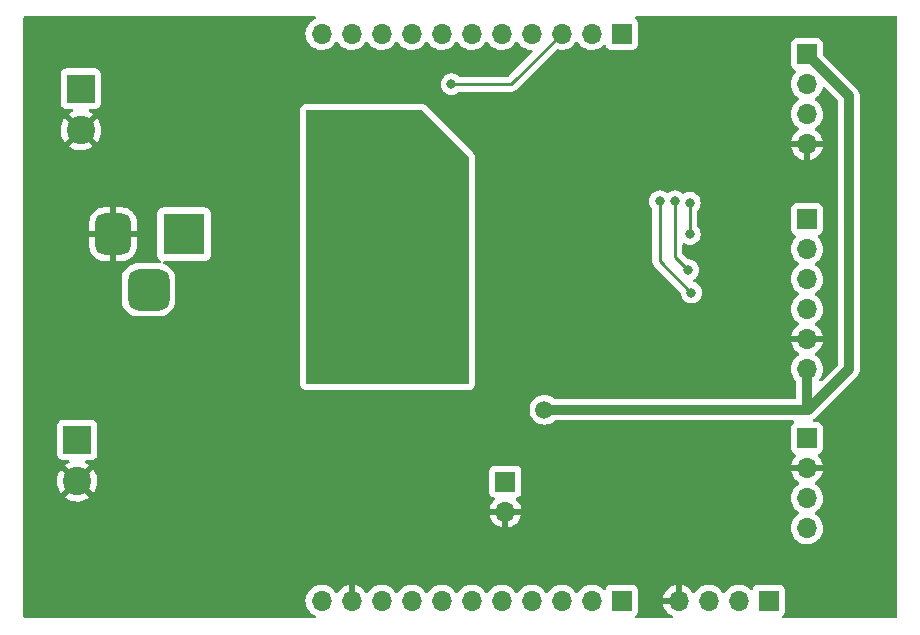
<source format=gbl>
%TF.GenerationSoftware,KiCad,Pcbnew,(6.0.9-0)*%
%TF.CreationDate,2023-01-06T11:38:34+01:00*%
%TF.ProjectId,HumidityLoggerBreakout,48756d69-6469-4747-994c-6f6767657242,rev?*%
%TF.SameCoordinates,Original*%
%TF.FileFunction,Copper,L2,Bot*%
%TF.FilePolarity,Positive*%
%FSLAX46Y46*%
G04 Gerber Fmt 4.6, Leading zero omitted, Abs format (unit mm)*
G04 Created by KiCad (PCBNEW (6.0.9-0)) date 2023-01-06 11:38:34*
%MOMM*%
%LPD*%
G01*
G04 APERTURE LIST*
G04 Aperture macros list*
%AMRoundRect*
0 Rectangle with rounded corners*
0 $1 Rounding radius*
0 $2 $3 $4 $5 $6 $7 $8 $9 X,Y pos of 4 corners*
0 Add a 4 corners polygon primitive as box body*
4,1,4,$2,$3,$4,$5,$6,$7,$8,$9,$2,$3,0*
0 Add four circle primitives for the rounded corners*
1,1,$1+$1,$2,$3*
1,1,$1+$1,$4,$5*
1,1,$1+$1,$6,$7*
1,1,$1+$1,$8,$9*
0 Add four rect primitives between the rounded corners*
20,1,$1+$1,$2,$3,$4,$5,0*
20,1,$1+$1,$4,$5,$6,$7,0*
20,1,$1+$1,$6,$7,$8,$9,0*
20,1,$1+$1,$8,$9,$2,$3,0*%
G04 Aperture macros list end*
%TA.AperFunction,ComponentPad*%
%ADD10R,2.400000X2.400000*%
%TD*%
%TA.AperFunction,ComponentPad*%
%ADD11C,2.400000*%
%TD*%
%TA.AperFunction,ComponentPad*%
%ADD12R,1.700000X1.700000*%
%TD*%
%TA.AperFunction,ComponentPad*%
%ADD13O,1.700000X1.700000*%
%TD*%
%TA.AperFunction,ComponentPad*%
%ADD14R,3.500000X3.500000*%
%TD*%
%TA.AperFunction,ComponentPad*%
%ADD15RoundRect,0.750000X-0.750000X-1.000000X0.750000X-1.000000X0.750000X1.000000X-0.750000X1.000000X0*%
%TD*%
%TA.AperFunction,ComponentPad*%
%ADD16RoundRect,0.875000X-0.875000X-0.875000X0.875000X-0.875000X0.875000X0.875000X-0.875000X0.875000X0*%
%TD*%
%TA.AperFunction,ViaPad*%
%ADD17C,0.800000*%
%TD*%
%TA.AperFunction,ViaPad*%
%ADD18C,1.500000*%
%TD*%
%TA.AperFunction,Conductor*%
%ADD19C,0.812800*%
%TD*%
%TA.AperFunction,Conductor*%
%ADD20C,0.250000*%
%TD*%
%TA.AperFunction,Conductor*%
%ADD21C,0.254000*%
%TD*%
G04 APERTURE END LIST*
D10*
%TO.P,J2,1,Pin_1*%
%TO.N,+12V*%
X95377000Y-56642000D03*
D11*
%TO.P,J2,2,Pin_2*%
%TO.N,GND*%
X95377000Y-60142000D03*
%TD*%
D12*
%TO.P,J3,1,Pin_1*%
%TO.N,Net-(J3-Pad1)*%
X156845000Y-67691000D03*
D13*
%TO.P,J3,2,Pin_2*%
%TO.N,Net-(J3-Pad2)*%
X156845000Y-70231000D03*
%TO.P,J3,3,Pin_3*%
%TO.N,Net-(J3-Pad3)*%
X156845000Y-72771000D03*
%TO.P,J3,4,Pin_4*%
%TO.N,Net-(J3-Pad4)*%
X156845000Y-75311000D03*
%TO.P,J3,5,Pin_5*%
%TO.N,GND*%
X156845000Y-77851000D03*
%TO.P,J3,6,Pin_6*%
%TO.N,+5V*%
X156845000Y-80391000D03*
%TD*%
D12*
%TO.P,J6,1,Pin_1*%
%TO.N,/D2*%
X141150000Y-100000000D03*
D13*
%TO.P,J6,2,Pin_2*%
%TO.N,/D3*%
X138610000Y-100000000D03*
%TO.P,J6,3,Pin_3*%
%TO.N,/D4*%
X136070000Y-100000000D03*
%TO.P,J6,4,Pin_4*%
%TO.N,/D5*%
X133530000Y-100000000D03*
%TO.P,J6,5,Pin_5*%
%TO.N,/D6*%
X130990000Y-100000000D03*
%TO.P,J6,6,Pin_6*%
%TO.N,/D7*%
X128450000Y-100000000D03*
%TO.P,J6,7,Pin_7*%
%TO.N,/D8*%
X125910000Y-100000000D03*
%TO.P,J6,8,Pin_8*%
%TO.N,/D9*%
X123370000Y-100000000D03*
%TO.P,J6,9,Pin_9*%
%TO.N,+3.3V*%
X120830000Y-100000000D03*
%TO.P,J6,10,Pin_10*%
%TO.N,GND*%
X118290000Y-100000000D03*
%TO.P,J6,11,Pin_11*%
%TO.N,/VBAT+*%
X115750000Y-100000000D03*
%TD*%
D12*
%TO.P,J9,1,Pin_1*%
%TO.N,+3.3V*%
X156845000Y-86233000D03*
D13*
%TO.P,J9,2,Pin_2*%
%TO.N,GND*%
X156845000Y-88773000D03*
%TO.P,J9,3,Pin_3*%
%TO.N,/SCL*%
X156845000Y-91313000D03*
%TO.P,J9,4,Pin_4*%
%TO.N,/SDA*%
X156845000Y-93853000D03*
%TD*%
D12*
%TO.P,J7,1,Pin_1*%
%TO.N,/A5*%
X141150000Y-52000000D03*
D13*
%TO.P,J7,2,Pin_2*%
%TO.N,/A4*%
X138610000Y-52000000D03*
%TO.P,J7,3,Pin_3*%
%TO.N,/A3*%
X136070000Y-52000000D03*
%TO.P,J7,4,Pin_4*%
%TO.N,/A2*%
X133530000Y-52000000D03*
%TO.P,J7,5,Pin_5*%
%TO.N,/A1*%
X130990000Y-52000000D03*
%TO.P,J7,6,Pin_6*%
%TO.N,/A0*%
X128450000Y-52000000D03*
%TO.P,J7,7,Pin_7*%
%TO.N,/D10*%
X125910000Y-52000000D03*
%TO.P,J7,8,Pin_8*%
%TO.N,/D11*%
X123370000Y-52000000D03*
%TO.P,J7,9,Pin_9*%
%TO.N,/D12*%
X120830000Y-52000000D03*
%TO.P,J7,10,Pin_10*%
%TO.N,/D13*%
X118290000Y-52000000D03*
%TO.P,J7,11,Pin_11*%
%TO.N,/RESET*%
X115750000Y-52000000D03*
%TD*%
D12*
%TO.P,J4,1,Pin_1*%
%TO.N,+5V*%
X156845000Y-53721000D03*
D13*
%TO.P,J4,2,Pin_2*%
%TO.N,/A4*%
X156845000Y-56261000D03*
%TO.P,J4,3,Pin_3*%
%TO.N,/A5*%
X156845000Y-58801000D03*
%TO.P,J4,4,Pin_4*%
%TO.N,GND*%
X156845000Y-61341000D03*
%TD*%
D12*
%TO.P,J5,1,Pin_1*%
%TO.N,+5V*%
X131318000Y-89911000D03*
D13*
%TO.P,J5,2,Pin_2*%
%TO.N,GND*%
X131318000Y-92451000D03*
%TD*%
D14*
%TO.P,J1,1*%
%TO.N,+12V*%
X104100000Y-68960000D03*
D15*
%TO.P,J1,2*%
%TO.N,GND*%
X98100000Y-68960000D03*
D16*
%TO.P,J1,3*%
%TO.N,unconnected-(J1-Pad3)*%
X101100000Y-73660000D03*
%TD*%
D12*
%TO.P,J8,1,Pin_1*%
%TO.N,/SDA*%
X153600000Y-100000000D03*
D13*
%TO.P,J8,2,Pin_2*%
%TO.N,/SCL*%
X151060000Y-100000000D03*
%TO.P,J8,3,Pin_3*%
%TO.N,+3.3V*%
X148520000Y-100000000D03*
%TO.P,J8,4,Pin_4*%
%TO.N,GND*%
X145980000Y-100000000D03*
%TD*%
D10*
%TO.P,J10,1,Pin_1*%
%TO.N,+12V*%
X95061000Y-86388000D03*
D11*
%TO.P,J10,2,Pin_2*%
%TO.N,GND*%
X95061000Y-89888000D03*
%TD*%
D17*
%TO.N,GND*%
X162560000Y-96520000D03*
X109220000Y-88900000D03*
X152908000Y-69088000D03*
X144780000Y-93980000D03*
X152908000Y-71628000D03*
X137160000Y-93980000D03*
X137160000Y-68580000D03*
X109220000Y-78740000D03*
X148844000Y-57404000D03*
X96520000Y-96520000D03*
X96520000Y-78740000D03*
X108077000Y-53340000D03*
X109220000Y-96520000D03*
X129540000Y-66040000D03*
X144526000Y-57404000D03*
X137160000Y-58420000D03*
X144780000Y-81280000D03*
X99060000Y-63500000D03*
X124460000Y-93980000D03*
X162560000Y-76200000D03*
X108077000Y-68580000D03*
X137160000Y-85725000D03*
X124460000Y-88900000D03*
X152400000Y-97536000D03*
X152908000Y-74168000D03*
X162560000Y-53721000D03*
X96520000Y-53340000D03*
%TO.N,+5V*%
X127254000Y-72136000D03*
X124206000Y-70866000D03*
X123190000Y-73406000D03*
X121412000Y-74676000D03*
X123190000Y-72136000D03*
X118872000Y-64516000D03*
X127254000Y-69596000D03*
X123190000Y-69596000D03*
X121412000Y-73660000D03*
X124206000Y-67056000D03*
X124206000Y-72136000D03*
X126238000Y-67056000D03*
X124206000Y-68326000D03*
X125222000Y-72136000D03*
X126238000Y-70866000D03*
X120142000Y-73660000D03*
X120142000Y-65532000D03*
X126238000Y-69596000D03*
X121412000Y-65532000D03*
X118872000Y-74676000D03*
X117602000Y-65532000D03*
X125222000Y-70866000D03*
X121412000Y-64516000D03*
X124206000Y-73406000D03*
X125222000Y-69596000D03*
X125222000Y-65786000D03*
X117602000Y-74676000D03*
X126238000Y-73406000D03*
X127254000Y-65786000D03*
D18*
X134620000Y-83820000D03*
D17*
X125222000Y-73406000D03*
X123190000Y-67056000D03*
X127254000Y-70866000D03*
X116332000Y-73660000D03*
X123190000Y-65786000D03*
X126238000Y-65786000D03*
X120142000Y-64516000D03*
X127254000Y-68326000D03*
X126238000Y-72136000D03*
X118872000Y-65532000D03*
X127254000Y-73406000D03*
X116332000Y-64516000D03*
X116332000Y-65532000D03*
X117602000Y-64516000D03*
X124206000Y-69596000D03*
X123190000Y-68326000D03*
X124206000Y-65786000D03*
X116332000Y-74676000D03*
X125222000Y-67056000D03*
X118872000Y-73660000D03*
X123190000Y-70866000D03*
X120142000Y-74676000D03*
X126238000Y-68326000D03*
X125222000Y-68326000D03*
X127254000Y-67056000D03*
X117602000Y-73660000D03*
%TO.N,/A3*%
X126746000Y-56261000D03*
%TO.N,/D11*%
X146939000Y-68961000D03*
X146939000Y-66294000D03*
%TO.N,/D12*%
X146812000Y-72009000D03*
X145669000Y-66167000D03*
%TO.N,/D13*%
X144399000Y-66167000D03*
X147066000Y-73914000D03*
%TD*%
D19*
%TO.N,+5V*%
X156972000Y-83820000D02*
X156845000Y-83693000D01*
X156845000Y-83693000D02*
X156845000Y-80391000D01*
X160401000Y-80391000D02*
X160401000Y-57277000D01*
X160401000Y-57277000D02*
X156845000Y-53721000D01*
X156972000Y-83820000D02*
X160401000Y-80391000D01*
X134620000Y-83820000D02*
X156972000Y-83820000D01*
D20*
%TO.N,/A3*%
X126746000Y-56261000D02*
X131809000Y-56261000D01*
X131809000Y-56261000D02*
X136070000Y-52000000D01*
%TO.N,/D11*%
X146939000Y-66294000D02*
X146939000Y-68961000D01*
D21*
%TO.N,/D12*%
X145669000Y-66167000D02*
X145669000Y-70866000D01*
X145669000Y-70866000D02*
X146812000Y-72009000D01*
%TO.N,/D13*%
X144399000Y-71247000D02*
X147066000Y-73914000D01*
X144399000Y-66167000D02*
X144399000Y-71247000D01*
%TD*%
%TA.AperFunction,Conductor*%
%TO.N,GND*%
G36*
X115226115Y-50528502D02*
G01*
X115272608Y-50582158D01*
X115282712Y-50652432D01*
X115253218Y-50717012D01*
X115216175Y-50746262D01*
X115023607Y-50846507D01*
X115019474Y-50849610D01*
X115019471Y-50849612D01*
X114849100Y-50977530D01*
X114844965Y-50980635D01*
X114805525Y-51021907D01*
X114751280Y-51078671D01*
X114690629Y-51142138D01*
X114564743Y-51326680D01*
X114470688Y-51529305D01*
X114410989Y-51744570D01*
X114387251Y-51966695D01*
X114400110Y-52189715D01*
X114401247Y-52194761D01*
X114401248Y-52194767D01*
X114425304Y-52301508D01*
X114449222Y-52407639D01*
X114533266Y-52614616D01*
X114570685Y-52675678D01*
X114647291Y-52800688D01*
X114649987Y-52805088D01*
X114796250Y-52973938D01*
X114968126Y-53116632D01*
X115161000Y-53229338D01*
X115369692Y-53309030D01*
X115374760Y-53310061D01*
X115374763Y-53310062D01*
X115482017Y-53331883D01*
X115588597Y-53353567D01*
X115593772Y-53353757D01*
X115593774Y-53353757D01*
X115806673Y-53361564D01*
X115806677Y-53361564D01*
X115811837Y-53361753D01*
X115816957Y-53361097D01*
X115816959Y-53361097D01*
X116028288Y-53334025D01*
X116028289Y-53334025D01*
X116033416Y-53333368D01*
X116072434Y-53321662D01*
X116242429Y-53270661D01*
X116242434Y-53270659D01*
X116247384Y-53269174D01*
X116447994Y-53170896D01*
X116629860Y-53041173D01*
X116788096Y-52883489D01*
X116829203Y-52826283D01*
X116918453Y-52702077D01*
X116919776Y-52703028D01*
X116966645Y-52659857D01*
X117036580Y-52647625D01*
X117102026Y-52675144D01*
X117129875Y-52706994D01*
X117189987Y-52805088D01*
X117336250Y-52973938D01*
X117508126Y-53116632D01*
X117701000Y-53229338D01*
X117909692Y-53309030D01*
X117914760Y-53310061D01*
X117914763Y-53310062D01*
X118022017Y-53331883D01*
X118128597Y-53353567D01*
X118133772Y-53353757D01*
X118133774Y-53353757D01*
X118346673Y-53361564D01*
X118346677Y-53361564D01*
X118351837Y-53361753D01*
X118356957Y-53361097D01*
X118356959Y-53361097D01*
X118568288Y-53334025D01*
X118568289Y-53334025D01*
X118573416Y-53333368D01*
X118612434Y-53321662D01*
X118782429Y-53270661D01*
X118782434Y-53270659D01*
X118787384Y-53269174D01*
X118987994Y-53170896D01*
X119169860Y-53041173D01*
X119328096Y-52883489D01*
X119369203Y-52826283D01*
X119458453Y-52702077D01*
X119459776Y-52703028D01*
X119506645Y-52659857D01*
X119576580Y-52647625D01*
X119642026Y-52675144D01*
X119669875Y-52706994D01*
X119729987Y-52805088D01*
X119876250Y-52973938D01*
X120048126Y-53116632D01*
X120241000Y-53229338D01*
X120449692Y-53309030D01*
X120454760Y-53310061D01*
X120454763Y-53310062D01*
X120562017Y-53331883D01*
X120668597Y-53353567D01*
X120673772Y-53353757D01*
X120673774Y-53353757D01*
X120886673Y-53361564D01*
X120886677Y-53361564D01*
X120891837Y-53361753D01*
X120896957Y-53361097D01*
X120896959Y-53361097D01*
X121108288Y-53334025D01*
X121108289Y-53334025D01*
X121113416Y-53333368D01*
X121152434Y-53321662D01*
X121322429Y-53270661D01*
X121322434Y-53270659D01*
X121327384Y-53269174D01*
X121527994Y-53170896D01*
X121709860Y-53041173D01*
X121868096Y-52883489D01*
X121909203Y-52826283D01*
X121998453Y-52702077D01*
X121999776Y-52703028D01*
X122046645Y-52659857D01*
X122116580Y-52647625D01*
X122182026Y-52675144D01*
X122209875Y-52706994D01*
X122269987Y-52805088D01*
X122416250Y-52973938D01*
X122588126Y-53116632D01*
X122781000Y-53229338D01*
X122989692Y-53309030D01*
X122994760Y-53310061D01*
X122994763Y-53310062D01*
X123102017Y-53331883D01*
X123208597Y-53353567D01*
X123213772Y-53353757D01*
X123213774Y-53353757D01*
X123426673Y-53361564D01*
X123426677Y-53361564D01*
X123431837Y-53361753D01*
X123436957Y-53361097D01*
X123436959Y-53361097D01*
X123648288Y-53334025D01*
X123648289Y-53334025D01*
X123653416Y-53333368D01*
X123692434Y-53321662D01*
X123862429Y-53270661D01*
X123862434Y-53270659D01*
X123867384Y-53269174D01*
X124067994Y-53170896D01*
X124249860Y-53041173D01*
X124408096Y-52883489D01*
X124449203Y-52826283D01*
X124538453Y-52702077D01*
X124539776Y-52703028D01*
X124586645Y-52659857D01*
X124656580Y-52647625D01*
X124722026Y-52675144D01*
X124749875Y-52706994D01*
X124809987Y-52805088D01*
X124956250Y-52973938D01*
X125128126Y-53116632D01*
X125321000Y-53229338D01*
X125529692Y-53309030D01*
X125534760Y-53310061D01*
X125534763Y-53310062D01*
X125642017Y-53331883D01*
X125748597Y-53353567D01*
X125753772Y-53353757D01*
X125753774Y-53353757D01*
X125966673Y-53361564D01*
X125966677Y-53361564D01*
X125971837Y-53361753D01*
X125976957Y-53361097D01*
X125976959Y-53361097D01*
X126188288Y-53334025D01*
X126188289Y-53334025D01*
X126193416Y-53333368D01*
X126232434Y-53321662D01*
X126402429Y-53270661D01*
X126402434Y-53270659D01*
X126407384Y-53269174D01*
X126607994Y-53170896D01*
X126789860Y-53041173D01*
X126948096Y-52883489D01*
X126989203Y-52826283D01*
X127078453Y-52702077D01*
X127079776Y-52703028D01*
X127126645Y-52659857D01*
X127196580Y-52647625D01*
X127262026Y-52675144D01*
X127289875Y-52706994D01*
X127349987Y-52805088D01*
X127496250Y-52973938D01*
X127668126Y-53116632D01*
X127861000Y-53229338D01*
X128069692Y-53309030D01*
X128074760Y-53310061D01*
X128074763Y-53310062D01*
X128182017Y-53331883D01*
X128288597Y-53353567D01*
X128293772Y-53353757D01*
X128293774Y-53353757D01*
X128506673Y-53361564D01*
X128506677Y-53361564D01*
X128511837Y-53361753D01*
X128516957Y-53361097D01*
X128516959Y-53361097D01*
X128728288Y-53334025D01*
X128728289Y-53334025D01*
X128733416Y-53333368D01*
X128772434Y-53321662D01*
X128942429Y-53270661D01*
X128942434Y-53270659D01*
X128947384Y-53269174D01*
X129147994Y-53170896D01*
X129329860Y-53041173D01*
X129488096Y-52883489D01*
X129529203Y-52826283D01*
X129618453Y-52702077D01*
X129619776Y-52703028D01*
X129666645Y-52659857D01*
X129736580Y-52647625D01*
X129802026Y-52675144D01*
X129829875Y-52706994D01*
X129889987Y-52805088D01*
X130036250Y-52973938D01*
X130208126Y-53116632D01*
X130401000Y-53229338D01*
X130609692Y-53309030D01*
X130614760Y-53310061D01*
X130614763Y-53310062D01*
X130722017Y-53331883D01*
X130828597Y-53353567D01*
X130833772Y-53353757D01*
X130833774Y-53353757D01*
X131046673Y-53361564D01*
X131046677Y-53361564D01*
X131051837Y-53361753D01*
X131056957Y-53361097D01*
X131056959Y-53361097D01*
X131268288Y-53334025D01*
X131268289Y-53334025D01*
X131273416Y-53333368D01*
X131312434Y-53321662D01*
X131482429Y-53270661D01*
X131482434Y-53270659D01*
X131487384Y-53269174D01*
X131687994Y-53170896D01*
X131869860Y-53041173D01*
X132028096Y-52883489D01*
X132069203Y-52826283D01*
X132158453Y-52702077D01*
X132159776Y-52703028D01*
X132206645Y-52659857D01*
X132276580Y-52647625D01*
X132342026Y-52675144D01*
X132369875Y-52706994D01*
X132429987Y-52805088D01*
X132576250Y-52973938D01*
X132748126Y-53116632D01*
X132941000Y-53229338D01*
X133149692Y-53309030D01*
X133154760Y-53310061D01*
X133154763Y-53310062D01*
X133262017Y-53331883D01*
X133368597Y-53353567D01*
X133373771Y-53353757D01*
X133373773Y-53353757D01*
X133441293Y-53356233D01*
X133515649Y-53358959D01*
X133582990Y-53381443D01*
X133627486Y-53436767D01*
X133635008Y-53507364D01*
X133600126Y-53573969D01*
X131583500Y-55590595D01*
X131521188Y-55624621D01*
X131494405Y-55627500D01*
X127454200Y-55627500D01*
X127386079Y-55607498D01*
X127366853Y-55591157D01*
X127366580Y-55591460D01*
X127361668Y-55587037D01*
X127357253Y-55582134D01*
X127202752Y-55469882D01*
X127196724Y-55467198D01*
X127196722Y-55467197D01*
X127034319Y-55394891D01*
X127034318Y-55394891D01*
X127028288Y-55392206D01*
X126934888Y-55372353D01*
X126847944Y-55353872D01*
X126847939Y-55353872D01*
X126841487Y-55352500D01*
X126650513Y-55352500D01*
X126644061Y-55353872D01*
X126644056Y-55353872D01*
X126557112Y-55372353D01*
X126463712Y-55392206D01*
X126457682Y-55394891D01*
X126457681Y-55394891D01*
X126295278Y-55467197D01*
X126295276Y-55467198D01*
X126289248Y-55469882D01*
X126134747Y-55582134D01*
X126130326Y-55587044D01*
X126130325Y-55587045D01*
X126096492Y-55624621D01*
X126006960Y-55724056D01*
X125911473Y-55889444D01*
X125852458Y-56071072D01*
X125832496Y-56261000D01*
X125852458Y-56450928D01*
X125911473Y-56632556D01*
X125914776Y-56638278D01*
X125914777Y-56638279D01*
X125935069Y-56673425D01*
X126006960Y-56797944D01*
X126011378Y-56802851D01*
X126011379Y-56802852D01*
X126113591Y-56916370D01*
X126134747Y-56939866D01*
X126153791Y-56953702D01*
X126245309Y-57020194D01*
X126289248Y-57052118D01*
X126295276Y-57054802D01*
X126295278Y-57054803D01*
X126456774Y-57126705D01*
X126463712Y-57129794D01*
X126550009Y-57148137D01*
X126644056Y-57168128D01*
X126644061Y-57168128D01*
X126650513Y-57169500D01*
X126841487Y-57169500D01*
X126847939Y-57168128D01*
X126847944Y-57168128D01*
X126941991Y-57148137D01*
X127028288Y-57129794D01*
X127035226Y-57126705D01*
X127196722Y-57054803D01*
X127196724Y-57054802D01*
X127202752Y-57052118D01*
X127246692Y-57020194D01*
X127346991Y-56947322D01*
X127357253Y-56939866D01*
X127361668Y-56934963D01*
X127366580Y-56930540D01*
X127367705Y-56931789D01*
X127421014Y-56898949D01*
X127454200Y-56894500D01*
X131730233Y-56894500D01*
X131741416Y-56895027D01*
X131748909Y-56896702D01*
X131756835Y-56896453D01*
X131756836Y-56896453D01*
X131816986Y-56894562D01*
X131820945Y-56894500D01*
X131848856Y-56894500D01*
X131852791Y-56894003D01*
X131852856Y-56893995D01*
X131864693Y-56893062D01*
X131896951Y-56892048D01*
X131900970Y-56891922D01*
X131908889Y-56891673D01*
X131928343Y-56886021D01*
X131947700Y-56882013D01*
X131959930Y-56880468D01*
X131959931Y-56880468D01*
X131967797Y-56879474D01*
X131975168Y-56876555D01*
X131975170Y-56876555D01*
X132008912Y-56863196D01*
X132020142Y-56859351D01*
X132054983Y-56849229D01*
X132054984Y-56849229D01*
X132062593Y-56847018D01*
X132069412Y-56842985D01*
X132069417Y-56842983D01*
X132080028Y-56836707D01*
X132097776Y-56828012D01*
X132116617Y-56820552D01*
X132152387Y-56794564D01*
X132162307Y-56788048D01*
X132193535Y-56769580D01*
X132193538Y-56769578D01*
X132200362Y-56765542D01*
X132214683Y-56751221D01*
X132229717Y-56738380D01*
X132239694Y-56731131D01*
X132246107Y-56726472D01*
X132274298Y-56692395D01*
X132282288Y-56683616D01*
X135614549Y-53351355D01*
X135676861Y-53317329D01*
X135728762Y-53316979D01*
X135908597Y-53353567D01*
X135913772Y-53353757D01*
X135913774Y-53353757D01*
X136126673Y-53361564D01*
X136126677Y-53361564D01*
X136131837Y-53361753D01*
X136136957Y-53361097D01*
X136136959Y-53361097D01*
X136348288Y-53334025D01*
X136348289Y-53334025D01*
X136353416Y-53333368D01*
X136392434Y-53321662D01*
X136562429Y-53270661D01*
X136562434Y-53270659D01*
X136567384Y-53269174D01*
X136767994Y-53170896D01*
X136949860Y-53041173D01*
X137108096Y-52883489D01*
X137149203Y-52826283D01*
X137238453Y-52702077D01*
X137239776Y-52703028D01*
X137286645Y-52659857D01*
X137356580Y-52647625D01*
X137422026Y-52675144D01*
X137449875Y-52706994D01*
X137509987Y-52805088D01*
X137656250Y-52973938D01*
X137828126Y-53116632D01*
X138021000Y-53229338D01*
X138229692Y-53309030D01*
X138234760Y-53310061D01*
X138234763Y-53310062D01*
X138342017Y-53331883D01*
X138448597Y-53353567D01*
X138453772Y-53353757D01*
X138453774Y-53353757D01*
X138666673Y-53361564D01*
X138666677Y-53361564D01*
X138671837Y-53361753D01*
X138676957Y-53361097D01*
X138676959Y-53361097D01*
X138888288Y-53334025D01*
X138888289Y-53334025D01*
X138893416Y-53333368D01*
X138932434Y-53321662D01*
X139102429Y-53270661D01*
X139102434Y-53270659D01*
X139107384Y-53269174D01*
X139307994Y-53170896D01*
X139489860Y-53041173D01*
X139598091Y-52933319D01*
X139660462Y-52899404D01*
X139731268Y-52904592D01*
X139788030Y-52947238D01*
X139805012Y-52978341D01*
X139849385Y-53096705D01*
X139936739Y-53213261D01*
X140053295Y-53300615D01*
X140189684Y-53351745D01*
X140251866Y-53358500D01*
X142048134Y-53358500D01*
X142110316Y-53351745D01*
X142246705Y-53300615D01*
X142363261Y-53213261D01*
X142450615Y-53096705D01*
X142501745Y-52960316D01*
X142508500Y-52898134D01*
X142508500Y-51101866D01*
X142501745Y-51039684D01*
X142450615Y-50903295D01*
X142363261Y-50786739D01*
X142323098Y-50756638D01*
X142294661Y-50735326D01*
X142252146Y-50678467D01*
X142247120Y-50607648D01*
X142281180Y-50545355D01*
X142343511Y-50511365D01*
X142370226Y-50508500D01*
X164365500Y-50508500D01*
X164433621Y-50528502D01*
X164480114Y-50582158D01*
X164491500Y-50634500D01*
X164491500Y-101365500D01*
X164471498Y-101433621D01*
X164417842Y-101480114D01*
X164365500Y-101491500D01*
X154820226Y-101491500D01*
X154752105Y-101471498D01*
X154705612Y-101417842D01*
X154695508Y-101347568D01*
X154725002Y-101282988D01*
X154744661Y-101264674D01*
X154806080Y-101218643D01*
X154806081Y-101218642D01*
X154813261Y-101213261D01*
X154900615Y-101096705D01*
X154951745Y-100960316D01*
X154958500Y-100898134D01*
X154958500Y-99101866D01*
X154951745Y-99039684D01*
X154900615Y-98903295D01*
X154813261Y-98786739D01*
X154696705Y-98699385D01*
X154560316Y-98648255D01*
X154498134Y-98641500D01*
X152701866Y-98641500D01*
X152639684Y-98648255D01*
X152503295Y-98699385D01*
X152386739Y-98786739D01*
X152299385Y-98903295D01*
X152296233Y-98911703D01*
X152254919Y-99021907D01*
X152212277Y-99078671D01*
X152145716Y-99103371D01*
X152076367Y-99088163D01*
X152043743Y-99062476D01*
X151993151Y-99006875D01*
X151993142Y-99006866D01*
X151989670Y-99003051D01*
X151985619Y-98999852D01*
X151985615Y-98999848D01*
X151818414Y-98867800D01*
X151818410Y-98867798D01*
X151814359Y-98864598D01*
X151778028Y-98844542D01*
X151762136Y-98835769D01*
X151618789Y-98756638D01*
X151613920Y-98754914D01*
X151613916Y-98754912D01*
X151413087Y-98683795D01*
X151413083Y-98683794D01*
X151408212Y-98682069D01*
X151403119Y-98681162D01*
X151403116Y-98681161D01*
X151193373Y-98643800D01*
X151193367Y-98643799D01*
X151188284Y-98642894D01*
X151114452Y-98641992D01*
X150970081Y-98640228D01*
X150970079Y-98640228D01*
X150964911Y-98640165D01*
X150744091Y-98673955D01*
X150531756Y-98743357D01*
X150333607Y-98846507D01*
X150329474Y-98849610D01*
X150329471Y-98849612D01*
X150159100Y-98977530D01*
X150154965Y-98980635D01*
X150129541Y-99007240D01*
X150061280Y-99078671D01*
X150000629Y-99142138D01*
X149893201Y-99299621D01*
X149838293Y-99344621D01*
X149767768Y-99352792D01*
X149704021Y-99321538D01*
X149683324Y-99297054D01*
X149602822Y-99172617D01*
X149602820Y-99172614D01*
X149600014Y-99168277D01*
X149449670Y-99003051D01*
X149445619Y-98999852D01*
X149445615Y-98999848D01*
X149278414Y-98867800D01*
X149278410Y-98867798D01*
X149274359Y-98864598D01*
X149238028Y-98844542D01*
X149222136Y-98835769D01*
X149078789Y-98756638D01*
X149073920Y-98754914D01*
X149073916Y-98754912D01*
X148873087Y-98683795D01*
X148873083Y-98683794D01*
X148868212Y-98682069D01*
X148863119Y-98681162D01*
X148863116Y-98681161D01*
X148653373Y-98643800D01*
X148653367Y-98643799D01*
X148648284Y-98642894D01*
X148574452Y-98641992D01*
X148430081Y-98640228D01*
X148430079Y-98640228D01*
X148424911Y-98640165D01*
X148204091Y-98673955D01*
X147991756Y-98743357D01*
X147793607Y-98846507D01*
X147789474Y-98849610D01*
X147789471Y-98849612D01*
X147619100Y-98977530D01*
X147614965Y-98980635D01*
X147589541Y-99007240D01*
X147521280Y-99078671D01*
X147460629Y-99142138D01*
X147457720Y-99146403D01*
X147457714Y-99146411D01*
X147445404Y-99164457D01*
X147353204Y-99299618D01*
X147352898Y-99300066D01*
X147297987Y-99345069D01*
X147227462Y-99353240D01*
X147163715Y-99321986D01*
X147143018Y-99297502D01*
X147062426Y-99172926D01*
X147056136Y-99164757D01*
X146912806Y-99007240D01*
X146905273Y-99000215D01*
X146738139Y-98868222D01*
X146729552Y-98862517D01*
X146543117Y-98759599D01*
X146533705Y-98755369D01*
X146332959Y-98684280D01*
X146322988Y-98681646D01*
X146251837Y-98668972D01*
X146238540Y-98670432D01*
X146234000Y-98684989D01*
X146234000Y-100128000D01*
X146213998Y-100196121D01*
X146160342Y-100242614D01*
X146108000Y-100254000D01*
X144663225Y-100254000D01*
X144649694Y-100257973D01*
X144648257Y-100267966D01*
X144678565Y-100402446D01*
X144681645Y-100412275D01*
X144761770Y-100609603D01*
X144766413Y-100618794D01*
X144877694Y-100800388D01*
X144883777Y-100808699D01*
X145023213Y-100969667D01*
X145030580Y-100976883D01*
X145194434Y-101112916D01*
X145202881Y-101118831D01*
X145386756Y-101226279D01*
X145396042Y-101230729D01*
X145440722Y-101247790D01*
X145497225Y-101290777D01*
X145521518Y-101357488D01*
X145505888Y-101426743D01*
X145455297Y-101476554D01*
X145395773Y-101491500D01*
X142370226Y-101491500D01*
X142302105Y-101471498D01*
X142255612Y-101417842D01*
X142245508Y-101347568D01*
X142275002Y-101282988D01*
X142294661Y-101264674D01*
X142356080Y-101218643D01*
X142356081Y-101218642D01*
X142363261Y-101213261D01*
X142450615Y-101096705D01*
X142501745Y-100960316D01*
X142508500Y-100898134D01*
X142508500Y-99734183D01*
X144644389Y-99734183D01*
X144645912Y-99742607D01*
X144658292Y-99746000D01*
X145707885Y-99746000D01*
X145723124Y-99741525D01*
X145724329Y-99740135D01*
X145726000Y-99732452D01*
X145726000Y-98683102D01*
X145722082Y-98669758D01*
X145707806Y-98667771D01*
X145669324Y-98673660D01*
X145659288Y-98676051D01*
X145456868Y-98742212D01*
X145447359Y-98746209D01*
X145258463Y-98844542D01*
X145249738Y-98850036D01*
X145079433Y-98977905D01*
X145071726Y-98984748D01*
X144924590Y-99138717D01*
X144918104Y-99146727D01*
X144798098Y-99322649D01*
X144793000Y-99331623D01*
X144703338Y-99524783D01*
X144699775Y-99534470D01*
X144644389Y-99734183D01*
X142508500Y-99734183D01*
X142508500Y-99101866D01*
X142501745Y-99039684D01*
X142450615Y-98903295D01*
X142363261Y-98786739D01*
X142246705Y-98699385D01*
X142110316Y-98648255D01*
X142048134Y-98641500D01*
X140251866Y-98641500D01*
X140189684Y-98648255D01*
X140053295Y-98699385D01*
X139936739Y-98786739D01*
X139849385Y-98903295D01*
X139846233Y-98911703D01*
X139804919Y-99021907D01*
X139762277Y-99078671D01*
X139695716Y-99103371D01*
X139626367Y-99088163D01*
X139593743Y-99062476D01*
X139543151Y-99006875D01*
X139543142Y-99006866D01*
X139539670Y-99003051D01*
X139535619Y-98999852D01*
X139535615Y-98999848D01*
X139368414Y-98867800D01*
X139368410Y-98867798D01*
X139364359Y-98864598D01*
X139328028Y-98844542D01*
X139312136Y-98835769D01*
X139168789Y-98756638D01*
X139163920Y-98754914D01*
X139163916Y-98754912D01*
X138963087Y-98683795D01*
X138963083Y-98683794D01*
X138958212Y-98682069D01*
X138953119Y-98681162D01*
X138953116Y-98681161D01*
X138743373Y-98643800D01*
X138743367Y-98643799D01*
X138738284Y-98642894D01*
X138664452Y-98641992D01*
X138520081Y-98640228D01*
X138520079Y-98640228D01*
X138514911Y-98640165D01*
X138294091Y-98673955D01*
X138081756Y-98743357D01*
X137883607Y-98846507D01*
X137879474Y-98849610D01*
X137879471Y-98849612D01*
X137709100Y-98977530D01*
X137704965Y-98980635D01*
X137679541Y-99007240D01*
X137611280Y-99078671D01*
X137550629Y-99142138D01*
X137443201Y-99299621D01*
X137388293Y-99344621D01*
X137317768Y-99352792D01*
X137254021Y-99321538D01*
X137233324Y-99297054D01*
X137152822Y-99172617D01*
X137152820Y-99172614D01*
X137150014Y-99168277D01*
X136999670Y-99003051D01*
X136995619Y-98999852D01*
X136995615Y-98999848D01*
X136828414Y-98867800D01*
X136828410Y-98867798D01*
X136824359Y-98864598D01*
X136788028Y-98844542D01*
X136772136Y-98835769D01*
X136628789Y-98756638D01*
X136623920Y-98754914D01*
X136623916Y-98754912D01*
X136423087Y-98683795D01*
X136423083Y-98683794D01*
X136418212Y-98682069D01*
X136413119Y-98681162D01*
X136413116Y-98681161D01*
X136203373Y-98643800D01*
X136203367Y-98643799D01*
X136198284Y-98642894D01*
X136124452Y-98641992D01*
X135980081Y-98640228D01*
X135980079Y-98640228D01*
X135974911Y-98640165D01*
X135754091Y-98673955D01*
X135541756Y-98743357D01*
X135343607Y-98846507D01*
X135339474Y-98849610D01*
X135339471Y-98849612D01*
X135169100Y-98977530D01*
X135164965Y-98980635D01*
X135139541Y-99007240D01*
X135071280Y-99078671D01*
X135010629Y-99142138D01*
X134903201Y-99299621D01*
X134848293Y-99344621D01*
X134777768Y-99352792D01*
X134714021Y-99321538D01*
X134693324Y-99297054D01*
X134612822Y-99172617D01*
X134612820Y-99172614D01*
X134610014Y-99168277D01*
X134459670Y-99003051D01*
X134455619Y-98999852D01*
X134455615Y-98999848D01*
X134288414Y-98867800D01*
X134288410Y-98867798D01*
X134284359Y-98864598D01*
X134248028Y-98844542D01*
X134232136Y-98835769D01*
X134088789Y-98756638D01*
X134083920Y-98754914D01*
X134083916Y-98754912D01*
X133883087Y-98683795D01*
X133883083Y-98683794D01*
X133878212Y-98682069D01*
X133873119Y-98681162D01*
X133873116Y-98681161D01*
X133663373Y-98643800D01*
X133663367Y-98643799D01*
X133658284Y-98642894D01*
X133584452Y-98641992D01*
X133440081Y-98640228D01*
X133440079Y-98640228D01*
X133434911Y-98640165D01*
X133214091Y-98673955D01*
X133001756Y-98743357D01*
X132803607Y-98846507D01*
X132799474Y-98849610D01*
X132799471Y-98849612D01*
X132629100Y-98977530D01*
X132624965Y-98980635D01*
X132599541Y-99007240D01*
X132531280Y-99078671D01*
X132470629Y-99142138D01*
X132363201Y-99299621D01*
X132308293Y-99344621D01*
X132237768Y-99352792D01*
X132174021Y-99321538D01*
X132153324Y-99297054D01*
X132072822Y-99172617D01*
X132072820Y-99172614D01*
X132070014Y-99168277D01*
X131919670Y-99003051D01*
X131915619Y-98999852D01*
X131915615Y-98999848D01*
X131748414Y-98867800D01*
X131748410Y-98867798D01*
X131744359Y-98864598D01*
X131708028Y-98844542D01*
X131692136Y-98835769D01*
X131548789Y-98756638D01*
X131543920Y-98754914D01*
X131543916Y-98754912D01*
X131343087Y-98683795D01*
X131343083Y-98683794D01*
X131338212Y-98682069D01*
X131333119Y-98681162D01*
X131333116Y-98681161D01*
X131123373Y-98643800D01*
X131123367Y-98643799D01*
X131118284Y-98642894D01*
X131044452Y-98641992D01*
X130900081Y-98640228D01*
X130900079Y-98640228D01*
X130894911Y-98640165D01*
X130674091Y-98673955D01*
X130461756Y-98743357D01*
X130263607Y-98846507D01*
X130259474Y-98849610D01*
X130259471Y-98849612D01*
X130089100Y-98977530D01*
X130084965Y-98980635D01*
X130059541Y-99007240D01*
X129991280Y-99078671D01*
X129930629Y-99142138D01*
X129823201Y-99299621D01*
X129768293Y-99344621D01*
X129697768Y-99352792D01*
X129634021Y-99321538D01*
X129613324Y-99297054D01*
X129532822Y-99172617D01*
X129532820Y-99172614D01*
X129530014Y-99168277D01*
X129379670Y-99003051D01*
X129375619Y-98999852D01*
X129375615Y-98999848D01*
X129208414Y-98867800D01*
X129208410Y-98867798D01*
X129204359Y-98864598D01*
X129168028Y-98844542D01*
X129152136Y-98835769D01*
X129008789Y-98756638D01*
X129003920Y-98754914D01*
X129003916Y-98754912D01*
X128803087Y-98683795D01*
X128803083Y-98683794D01*
X128798212Y-98682069D01*
X128793119Y-98681162D01*
X128793116Y-98681161D01*
X128583373Y-98643800D01*
X128583367Y-98643799D01*
X128578284Y-98642894D01*
X128504452Y-98641992D01*
X128360081Y-98640228D01*
X128360079Y-98640228D01*
X128354911Y-98640165D01*
X128134091Y-98673955D01*
X127921756Y-98743357D01*
X127723607Y-98846507D01*
X127719474Y-98849610D01*
X127719471Y-98849612D01*
X127549100Y-98977530D01*
X127544965Y-98980635D01*
X127519541Y-99007240D01*
X127451280Y-99078671D01*
X127390629Y-99142138D01*
X127283201Y-99299621D01*
X127228293Y-99344621D01*
X127157768Y-99352792D01*
X127094021Y-99321538D01*
X127073324Y-99297054D01*
X126992822Y-99172617D01*
X126992820Y-99172614D01*
X126990014Y-99168277D01*
X126839670Y-99003051D01*
X126835619Y-98999852D01*
X126835615Y-98999848D01*
X126668414Y-98867800D01*
X126668410Y-98867798D01*
X126664359Y-98864598D01*
X126628028Y-98844542D01*
X126612136Y-98835769D01*
X126468789Y-98756638D01*
X126463920Y-98754914D01*
X126463916Y-98754912D01*
X126263087Y-98683795D01*
X126263083Y-98683794D01*
X126258212Y-98682069D01*
X126253119Y-98681162D01*
X126253116Y-98681161D01*
X126043373Y-98643800D01*
X126043367Y-98643799D01*
X126038284Y-98642894D01*
X125964452Y-98641992D01*
X125820081Y-98640228D01*
X125820079Y-98640228D01*
X125814911Y-98640165D01*
X125594091Y-98673955D01*
X125381756Y-98743357D01*
X125183607Y-98846507D01*
X125179474Y-98849610D01*
X125179471Y-98849612D01*
X125009100Y-98977530D01*
X125004965Y-98980635D01*
X124979541Y-99007240D01*
X124911280Y-99078671D01*
X124850629Y-99142138D01*
X124743201Y-99299621D01*
X124688293Y-99344621D01*
X124617768Y-99352792D01*
X124554021Y-99321538D01*
X124533324Y-99297054D01*
X124452822Y-99172617D01*
X124452820Y-99172614D01*
X124450014Y-99168277D01*
X124299670Y-99003051D01*
X124295619Y-98999852D01*
X124295615Y-98999848D01*
X124128414Y-98867800D01*
X124128410Y-98867798D01*
X124124359Y-98864598D01*
X124088028Y-98844542D01*
X124072136Y-98835769D01*
X123928789Y-98756638D01*
X123923920Y-98754914D01*
X123923916Y-98754912D01*
X123723087Y-98683795D01*
X123723083Y-98683794D01*
X123718212Y-98682069D01*
X123713119Y-98681162D01*
X123713116Y-98681161D01*
X123503373Y-98643800D01*
X123503367Y-98643799D01*
X123498284Y-98642894D01*
X123424452Y-98641992D01*
X123280081Y-98640228D01*
X123280079Y-98640228D01*
X123274911Y-98640165D01*
X123054091Y-98673955D01*
X122841756Y-98743357D01*
X122643607Y-98846507D01*
X122639474Y-98849610D01*
X122639471Y-98849612D01*
X122469100Y-98977530D01*
X122464965Y-98980635D01*
X122439541Y-99007240D01*
X122371280Y-99078671D01*
X122310629Y-99142138D01*
X122203201Y-99299621D01*
X122148293Y-99344621D01*
X122077768Y-99352792D01*
X122014021Y-99321538D01*
X121993324Y-99297054D01*
X121912822Y-99172617D01*
X121912820Y-99172614D01*
X121910014Y-99168277D01*
X121759670Y-99003051D01*
X121755619Y-98999852D01*
X121755615Y-98999848D01*
X121588414Y-98867800D01*
X121588410Y-98867798D01*
X121584359Y-98864598D01*
X121548028Y-98844542D01*
X121532136Y-98835769D01*
X121388789Y-98756638D01*
X121383920Y-98754914D01*
X121383916Y-98754912D01*
X121183087Y-98683795D01*
X121183083Y-98683794D01*
X121178212Y-98682069D01*
X121173119Y-98681162D01*
X121173116Y-98681161D01*
X120963373Y-98643800D01*
X120963367Y-98643799D01*
X120958284Y-98642894D01*
X120884452Y-98641992D01*
X120740081Y-98640228D01*
X120740079Y-98640228D01*
X120734911Y-98640165D01*
X120514091Y-98673955D01*
X120301756Y-98743357D01*
X120103607Y-98846507D01*
X120099474Y-98849610D01*
X120099471Y-98849612D01*
X119929100Y-98977530D01*
X119924965Y-98980635D01*
X119899541Y-99007240D01*
X119831280Y-99078671D01*
X119770629Y-99142138D01*
X119767720Y-99146403D01*
X119767714Y-99146411D01*
X119755404Y-99164457D01*
X119663204Y-99299618D01*
X119662898Y-99300066D01*
X119607987Y-99345069D01*
X119537462Y-99353240D01*
X119473715Y-99321986D01*
X119453018Y-99297502D01*
X119372426Y-99172926D01*
X119366136Y-99164757D01*
X119222806Y-99007240D01*
X119215273Y-99000215D01*
X119048139Y-98868222D01*
X119039552Y-98862517D01*
X118853117Y-98759599D01*
X118843705Y-98755369D01*
X118642959Y-98684280D01*
X118632988Y-98681646D01*
X118561837Y-98668972D01*
X118548540Y-98670432D01*
X118544000Y-98684989D01*
X118544000Y-100128000D01*
X118523998Y-100196121D01*
X118470342Y-100242614D01*
X118418000Y-100254000D01*
X118162000Y-100254000D01*
X118093879Y-100233998D01*
X118047386Y-100180342D01*
X118036000Y-100128000D01*
X118036000Y-98683102D01*
X118032082Y-98669758D01*
X118017806Y-98667771D01*
X117979324Y-98673660D01*
X117969288Y-98676051D01*
X117766868Y-98742212D01*
X117757359Y-98746209D01*
X117568463Y-98844542D01*
X117559738Y-98850036D01*
X117389433Y-98977905D01*
X117381726Y-98984748D01*
X117234590Y-99138717D01*
X117228109Y-99146722D01*
X117123498Y-99300074D01*
X117068587Y-99345076D01*
X116998062Y-99353247D01*
X116934315Y-99321993D01*
X116913618Y-99297509D01*
X116832822Y-99172617D01*
X116832820Y-99172614D01*
X116830014Y-99168277D01*
X116679670Y-99003051D01*
X116675619Y-98999852D01*
X116675615Y-98999848D01*
X116508414Y-98867800D01*
X116508410Y-98867798D01*
X116504359Y-98864598D01*
X116468028Y-98844542D01*
X116452136Y-98835769D01*
X116308789Y-98756638D01*
X116303920Y-98754914D01*
X116303916Y-98754912D01*
X116103087Y-98683795D01*
X116103083Y-98683794D01*
X116098212Y-98682069D01*
X116093119Y-98681162D01*
X116093116Y-98681161D01*
X115883373Y-98643800D01*
X115883367Y-98643799D01*
X115878284Y-98642894D01*
X115804452Y-98641992D01*
X115660081Y-98640228D01*
X115660079Y-98640228D01*
X115654911Y-98640165D01*
X115434091Y-98673955D01*
X115221756Y-98743357D01*
X115023607Y-98846507D01*
X115019474Y-98849610D01*
X115019471Y-98849612D01*
X114849100Y-98977530D01*
X114844965Y-98980635D01*
X114819541Y-99007240D01*
X114751280Y-99078671D01*
X114690629Y-99142138D01*
X114687720Y-99146403D01*
X114687714Y-99146411D01*
X114675404Y-99164457D01*
X114564743Y-99326680D01*
X114470688Y-99529305D01*
X114410989Y-99744570D01*
X114387251Y-99966695D01*
X114400110Y-100189715D01*
X114401247Y-100194761D01*
X114401248Y-100194767D01*
X114412031Y-100242614D01*
X114449222Y-100407639D01*
X114533266Y-100614616D01*
X114570685Y-100675678D01*
X114647291Y-100800688D01*
X114649987Y-100805088D01*
X114796250Y-100973938D01*
X114968126Y-101116632D01*
X115161000Y-101229338D01*
X115165825Y-101231180D01*
X115165826Y-101231181D01*
X115209321Y-101247790D01*
X115265824Y-101290778D01*
X115290117Y-101357489D01*
X115274487Y-101426743D01*
X115223896Y-101476554D01*
X115164372Y-101491500D01*
X90634500Y-101491500D01*
X90566379Y-101471498D01*
X90519886Y-101417842D01*
X90508500Y-101365500D01*
X90508500Y-93819695D01*
X155482251Y-93819695D01*
X155482548Y-93824848D01*
X155482548Y-93824851D01*
X155488011Y-93919590D01*
X155495110Y-94042715D01*
X155496247Y-94047761D01*
X155496248Y-94047767D01*
X155516119Y-94135939D01*
X155544222Y-94260639D01*
X155628266Y-94467616D01*
X155744987Y-94658088D01*
X155891250Y-94826938D01*
X156063126Y-94969632D01*
X156256000Y-95082338D01*
X156464692Y-95162030D01*
X156469760Y-95163061D01*
X156469763Y-95163062D01*
X156577017Y-95184883D01*
X156683597Y-95206567D01*
X156688772Y-95206757D01*
X156688774Y-95206757D01*
X156901673Y-95214564D01*
X156901677Y-95214564D01*
X156906837Y-95214753D01*
X156911957Y-95214097D01*
X156911959Y-95214097D01*
X157123288Y-95187025D01*
X157123289Y-95187025D01*
X157128416Y-95186368D01*
X157133366Y-95184883D01*
X157337429Y-95123661D01*
X157337434Y-95123659D01*
X157342384Y-95122174D01*
X157542994Y-95023896D01*
X157724860Y-94894173D01*
X157883096Y-94736489D01*
X157942594Y-94653689D01*
X158010435Y-94559277D01*
X158013453Y-94555077D01*
X158112430Y-94354811D01*
X158177370Y-94141069D01*
X158206529Y-93919590D01*
X158208156Y-93853000D01*
X158189852Y-93630361D01*
X158135431Y-93413702D01*
X158046354Y-93208840D01*
X157925014Y-93021277D01*
X157774670Y-92856051D01*
X157770619Y-92852852D01*
X157770615Y-92852848D01*
X157603414Y-92720800D01*
X157603410Y-92720798D01*
X157599359Y-92717598D01*
X157558053Y-92694796D01*
X157508084Y-92644364D01*
X157493312Y-92574921D01*
X157518428Y-92508516D01*
X157545780Y-92481909D01*
X157589603Y-92450650D01*
X157724860Y-92354173D01*
X157883096Y-92196489D01*
X157942594Y-92113689D01*
X158010435Y-92019277D01*
X158013453Y-92015077D01*
X158112430Y-91814811D01*
X158144900Y-91707940D01*
X158175865Y-91606023D01*
X158175865Y-91606021D01*
X158177370Y-91601069D01*
X158206529Y-91379590D01*
X158208156Y-91313000D01*
X158189852Y-91090361D01*
X158135431Y-90873702D01*
X158046354Y-90668840D01*
X157925014Y-90481277D01*
X157774670Y-90316051D01*
X157770619Y-90312852D01*
X157770615Y-90312848D01*
X157603414Y-90180800D01*
X157603410Y-90180798D01*
X157599359Y-90177598D01*
X157557569Y-90154529D01*
X157507598Y-90104097D01*
X157492826Y-90034654D01*
X157517942Y-89968248D01*
X157545294Y-89941641D01*
X157720328Y-89816792D01*
X157728200Y-89810139D01*
X157879052Y-89659812D01*
X157885730Y-89651965D01*
X158010003Y-89479020D01*
X158015313Y-89470183D01*
X158109670Y-89279267D01*
X158113469Y-89269672D01*
X158175377Y-89065910D01*
X158177555Y-89055837D01*
X158178986Y-89044962D01*
X158176775Y-89030778D01*
X158163617Y-89027000D01*
X155528225Y-89027000D01*
X155514694Y-89030973D01*
X155513257Y-89040966D01*
X155543565Y-89175446D01*
X155546645Y-89185275D01*
X155626770Y-89382603D01*
X155631413Y-89391794D01*
X155742694Y-89573388D01*
X155748777Y-89581699D01*
X155888213Y-89742667D01*
X155895580Y-89749883D01*
X156059434Y-89885916D01*
X156067881Y-89891831D01*
X156136969Y-89932203D01*
X156185693Y-89983842D01*
X156198764Y-90053625D01*
X156172033Y-90119396D01*
X156131584Y-90152752D01*
X156118607Y-90159507D01*
X156114474Y-90162610D01*
X156114471Y-90162612D01*
X155989038Y-90256790D01*
X155939965Y-90293635D01*
X155785629Y-90455138D01*
X155659743Y-90639680D01*
X155644003Y-90673590D01*
X155579509Y-90812531D01*
X155565688Y-90842305D01*
X155505989Y-91057570D01*
X155482251Y-91279695D01*
X155482548Y-91284848D01*
X155482548Y-91284851D01*
X155488011Y-91379590D01*
X155495110Y-91502715D01*
X155496247Y-91507761D01*
X155496248Y-91507767D01*
X155514535Y-91588908D01*
X155544222Y-91720639D01*
X155628266Y-91927616D01*
X155744987Y-92118088D01*
X155891250Y-92286938D01*
X156063126Y-92429632D01*
X156133595Y-92470811D01*
X156136445Y-92472476D01*
X156185169Y-92524114D01*
X156198240Y-92593897D01*
X156171509Y-92659669D01*
X156131055Y-92693027D01*
X156118607Y-92699507D01*
X156114474Y-92702610D01*
X156114471Y-92702612D01*
X155944100Y-92830530D01*
X155939965Y-92833635D01*
X155785629Y-92995138D01*
X155659743Y-93179680D01*
X155565688Y-93382305D01*
X155505989Y-93597570D01*
X155482251Y-93819695D01*
X90508500Y-93819695D01*
X90508500Y-92718966D01*
X129986257Y-92718966D01*
X130016565Y-92853446D01*
X130019645Y-92863275D01*
X130099770Y-93060603D01*
X130104413Y-93069794D01*
X130215694Y-93251388D01*
X130221777Y-93259699D01*
X130361213Y-93420667D01*
X130368580Y-93427883D01*
X130532434Y-93563916D01*
X130540881Y-93569831D01*
X130724756Y-93677279D01*
X130734042Y-93681729D01*
X130933001Y-93757703D01*
X130942899Y-93760579D01*
X131046250Y-93781606D01*
X131060299Y-93780410D01*
X131064000Y-93770065D01*
X131064000Y-93769517D01*
X131572000Y-93769517D01*
X131576064Y-93783359D01*
X131589478Y-93785393D01*
X131596184Y-93784534D01*
X131606262Y-93782392D01*
X131810255Y-93721191D01*
X131819842Y-93717433D01*
X132011095Y-93623739D01*
X132019945Y-93618464D01*
X132193328Y-93494792D01*
X132201200Y-93488139D01*
X132352052Y-93337812D01*
X132358730Y-93329965D01*
X132483003Y-93157020D01*
X132488313Y-93148183D01*
X132582670Y-92957267D01*
X132586469Y-92947672D01*
X132648377Y-92743910D01*
X132650555Y-92733837D01*
X132651986Y-92722962D01*
X132649775Y-92708778D01*
X132636617Y-92705000D01*
X131590115Y-92705000D01*
X131574876Y-92709475D01*
X131573671Y-92710865D01*
X131572000Y-92718548D01*
X131572000Y-93769517D01*
X131064000Y-93769517D01*
X131064000Y-92723115D01*
X131059525Y-92707876D01*
X131058135Y-92706671D01*
X131050452Y-92705000D01*
X130001225Y-92705000D01*
X129987694Y-92708973D01*
X129986257Y-92718966D01*
X90508500Y-92718966D01*
X90508500Y-91261359D01*
X94052386Y-91261359D01*
X94061099Y-91272879D01*
X94149586Y-91337760D01*
X94157505Y-91342708D01*
X94373877Y-91456547D01*
X94382451Y-91460275D01*
X94613282Y-91540885D01*
X94622291Y-91543299D01*
X94862518Y-91588908D01*
X94871775Y-91589962D01*
X95116107Y-91599563D01*
X95125420Y-91599237D01*
X95368478Y-91572618D01*
X95377655Y-91570917D01*
X95614107Y-91508665D01*
X95622926Y-91505628D01*
X95847584Y-91409107D01*
X95855856Y-91404800D01*
X96063777Y-91276135D01*
X96065620Y-91274796D01*
X96073038Y-91263541D01*
X96066974Y-91253184D01*
X95073812Y-90260022D01*
X95059868Y-90252408D01*
X95058035Y-90252539D01*
X95051420Y-90256790D01*
X94059044Y-91249166D01*
X94052386Y-91261359D01*
X90508500Y-91261359D01*
X90508500Y-89847835D01*
X93349022Y-89847835D01*
X93360754Y-90092064D01*
X93361891Y-90101324D01*
X93409593Y-90341143D01*
X93412082Y-90350118D01*
X93494708Y-90580250D01*
X93498505Y-90588778D01*
X93614234Y-90804160D01*
X93619245Y-90812027D01*
X93676173Y-90888263D01*
X93687431Y-90896712D01*
X93699850Y-90889940D01*
X94688978Y-89900812D01*
X94695356Y-89889132D01*
X95425408Y-89889132D01*
X95425539Y-89890965D01*
X95429790Y-89897580D01*
X96424732Y-90892522D01*
X96437112Y-90899282D01*
X96445453Y-90893038D01*
X96499422Y-90809134D01*
X129959500Y-90809134D01*
X129966255Y-90871316D01*
X130017385Y-91007705D01*
X130104739Y-91124261D01*
X130221295Y-91211615D01*
X130229704Y-91214767D01*
X130229705Y-91214768D01*
X130338960Y-91255726D01*
X130395725Y-91298367D01*
X130420425Y-91364929D01*
X130405218Y-91434278D01*
X130385825Y-91460759D01*
X130262590Y-91589717D01*
X130256104Y-91597727D01*
X130136098Y-91773649D01*
X130131000Y-91782623D01*
X130041338Y-91975783D01*
X130037775Y-91985470D01*
X129982389Y-92185183D01*
X129983912Y-92193607D01*
X129996292Y-92197000D01*
X132636344Y-92197000D01*
X132649875Y-92193027D01*
X132651180Y-92183947D01*
X132609214Y-92016875D01*
X132605894Y-92007124D01*
X132520972Y-91811814D01*
X132516105Y-91802739D01*
X132400426Y-91623926D01*
X132394136Y-91615757D01*
X132250293Y-91457677D01*
X132219241Y-91393831D01*
X132227635Y-91323333D01*
X132272812Y-91268564D01*
X132299256Y-91254895D01*
X132406297Y-91214767D01*
X132414705Y-91211615D01*
X132531261Y-91124261D01*
X132618615Y-91007705D01*
X132669745Y-90871316D01*
X132676500Y-90809134D01*
X132676500Y-89012866D01*
X132669745Y-88950684D01*
X132618615Y-88814295D01*
X132531261Y-88697739D01*
X132414705Y-88610385D01*
X132278316Y-88559255D01*
X132216134Y-88552500D01*
X130419866Y-88552500D01*
X130357684Y-88559255D01*
X130221295Y-88610385D01*
X130104739Y-88697739D01*
X130017385Y-88814295D01*
X129966255Y-88950684D01*
X129959500Y-89012866D01*
X129959500Y-90809134D01*
X96499422Y-90809134D01*
X96563700Y-90709202D01*
X96568147Y-90701011D01*
X96668572Y-90478076D01*
X96671767Y-90469298D01*
X96738135Y-90233973D01*
X96739993Y-90224844D01*
X96771044Y-89980770D01*
X96771525Y-89974483D01*
X96773706Y-89891160D01*
X96773555Y-89884851D01*
X96755321Y-89639486D01*
X96753944Y-89630280D01*
X96699979Y-89391786D01*
X96697255Y-89382875D01*
X96608633Y-89154983D01*
X96604619Y-89146567D01*
X96483284Y-88934276D01*
X96478074Y-88926553D01*
X96446787Y-88886865D01*
X96434863Y-88878395D01*
X96423328Y-88884882D01*
X95433022Y-89875188D01*
X95425408Y-89889132D01*
X94695356Y-89889132D01*
X94696592Y-89886868D01*
X94696461Y-89885035D01*
X94692210Y-89878420D01*
X93697828Y-88884038D01*
X93684520Y-88876771D01*
X93674481Y-88883893D01*
X93669581Y-88889784D01*
X93664168Y-88897373D01*
X93537322Y-89106409D01*
X93533084Y-89114726D01*
X93438529Y-89340214D01*
X93435572Y-89349052D01*
X93375384Y-89586042D01*
X93373763Y-89595232D01*
X93349267Y-89838510D01*
X93349022Y-89847835D01*
X90508500Y-89847835D01*
X90508500Y-87636134D01*
X93352500Y-87636134D01*
X93359255Y-87698316D01*
X93410385Y-87834705D01*
X93497739Y-87951261D01*
X93614295Y-88038615D01*
X93750684Y-88089745D01*
X93812866Y-88096500D01*
X94292914Y-88096500D01*
X94361035Y-88116502D01*
X94407528Y-88170158D01*
X94417632Y-88240432D01*
X94388138Y-88305012D01*
X94345665Y-88336926D01*
X94234869Y-88388004D01*
X94226714Y-88392524D01*
X94059468Y-88502175D01*
X94050330Y-88512917D01*
X94054903Y-88522693D01*
X95048188Y-89515978D01*
X95062132Y-89523592D01*
X95063965Y-89523461D01*
X95070580Y-89519210D01*
X96063488Y-88526302D01*
X96069872Y-88514612D01*
X96060460Y-88502502D01*
X95934144Y-88414873D01*
X95926116Y-88410145D01*
X95774763Y-88335506D01*
X95722514Y-88287438D01*
X95704547Y-88218752D01*
X95726566Y-88151257D01*
X95781581Y-88106380D01*
X95830491Y-88096500D01*
X96309134Y-88096500D01*
X96371316Y-88089745D01*
X96507705Y-88038615D01*
X96624261Y-87951261D01*
X96711615Y-87834705D01*
X96762745Y-87698316D01*
X96769500Y-87636134D01*
X96769500Y-85139866D01*
X96762745Y-85077684D01*
X96711615Y-84941295D01*
X96624261Y-84824739D01*
X96507705Y-84737385D01*
X96371316Y-84686255D01*
X96309134Y-84679500D01*
X93812866Y-84679500D01*
X93750684Y-84686255D01*
X93614295Y-84737385D01*
X93497739Y-84824739D01*
X93410385Y-84941295D01*
X93359255Y-85077684D01*
X93352500Y-85139866D01*
X93352500Y-87636134D01*
X90508500Y-87636134D01*
X90508500Y-83820000D01*
X133356693Y-83820000D01*
X133375885Y-84039371D01*
X133432880Y-84252076D01*
X133435205Y-84257061D01*
X133523618Y-84446666D01*
X133523621Y-84446671D01*
X133525944Y-84451653D01*
X133529100Y-84456160D01*
X133529101Y-84456162D01*
X133620973Y-84587368D01*
X133652251Y-84632038D01*
X133807962Y-84787749D01*
X133812471Y-84790906D01*
X133812473Y-84790908D01*
X133837680Y-84808558D01*
X133988346Y-84914056D01*
X134187924Y-85007120D01*
X134400629Y-85064115D01*
X134620000Y-85083307D01*
X134839371Y-85064115D01*
X135052076Y-85007120D01*
X135251654Y-84914056D01*
X135402320Y-84808558D01*
X135427527Y-84790908D01*
X135427529Y-84790906D01*
X135432038Y-84787749D01*
X135447982Y-84771805D01*
X135510294Y-84737779D01*
X135537077Y-84734900D01*
X155633580Y-84734900D01*
X155701701Y-84754902D01*
X155748194Y-84808558D01*
X155758298Y-84878832D01*
X155728804Y-84943412D01*
X155709145Y-84961726D01*
X155648576Y-85007120D01*
X155631739Y-85019739D01*
X155544385Y-85136295D01*
X155493255Y-85272684D01*
X155486500Y-85334866D01*
X155486500Y-87131134D01*
X155493255Y-87193316D01*
X155544385Y-87329705D01*
X155631739Y-87446261D01*
X155748295Y-87533615D01*
X155756704Y-87536767D01*
X155756705Y-87536768D01*
X155865960Y-87577726D01*
X155922725Y-87620367D01*
X155947425Y-87686929D01*
X155932218Y-87756278D01*
X155912825Y-87782759D01*
X155789590Y-87911717D01*
X155783104Y-87919727D01*
X155663098Y-88095649D01*
X155658000Y-88104623D01*
X155568338Y-88297783D01*
X155564775Y-88307470D01*
X155509389Y-88507183D01*
X155510912Y-88515607D01*
X155523292Y-88519000D01*
X158163344Y-88519000D01*
X158176875Y-88515027D01*
X158178180Y-88505947D01*
X158136214Y-88338875D01*
X158132894Y-88329124D01*
X158047972Y-88133814D01*
X158043105Y-88124739D01*
X157927426Y-87945926D01*
X157921136Y-87937757D01*
X157777293Y-87779677D01*
X157746241Y-87715831D01*
X157754635Y-87645333D01*
X157799812Y-87590564D01*
X157826256Y-87576895D01*
X157933297Y-87536767D01*
X157941705Y-87533615D01*
X158058261Y-87446261D01*
X158145615Y-87329705D01*
X158196745Y-87193316D01*
X158203500Y-87131134D01*
X158203500Y-85334866D01*
X158196745Y-85272684D01*
X158145615Y-85136295D01*
X158058261Y-85019739D01*
X157941705Y-84932385D01*
X157805316Y-84881255D01*
X157743134Y-84874500D01*
X157452076Y-84874500D01*
X157383955Y-84854498D01*
X157337462Y-84800842D01*
X157327358Y-84730568D01*
X157356852Y-84665988D01*
X157389925Y-84640105D01*
X157389644Y-84639672D01*
X157394548Y-84636487D01*
X157424547Y-84617006D01*
X157435962Y-84610416D01*
X157473035Y-84591526D01*
X157484100Y-84582566D01*
X157500394Y-84571368D01*
X157507010Y-84567548D01*
X157507011Y-84567547D01*
X157512727Y-84564247D01*
X157517628Y-84559834D01*
X157517631Y-84559832D01*
X157523310Y-84554718D01*
X157538996Y-84542682D01*
X157545397Y-84538525D01*
X157545399Y-84538524D01*
X157550937Y-84534927D01*
X157599649Y-84486215D01*
X157604434Y-84481674D01*
X157650738Y-84439982D01*
X157650739Y-84439981D01*
X157655649Y-84435560D01*
X157664025Y-84424032D01*
X157676864Y-84409000D01*
X160990000Y-81095864D01*
X161005032Y-81083025D01*
X161016560Y-81074649D01*
X161062674Y-81023434D01*
X161067215Y-81018649D01*
X161081839Y-81004025D01*
X161083910Y-81001467D01*
X161083923Y-81001453D01*
X161094867Y-80987938D01*
X161099151Y-80982922D01*
X161140828Y-80936635D01*
X161140829Y-80936634D01*
X161145247Y-80931727D01*
X161152368Y-80919393D01*
X161163561Y-80903107D01*
X161168372Y-80897166D01*
X161168373Y-80897165D01*
X161172526Y-80892036D01*
X161175526Y-80886149D01*
X161203813Y-80830634D01*
X161206959Y-80824839D01*
X161224997Y-80793596D01*
X161241407Y-80765173D01*
X161243448Y-80758890D01*
X161243451Y-80758884D01*
X161245807Y-80751633D01*
X161253374Y-80733364D01*
X161256837Y-80726567D01*
X161256838Y-80726565D01*
X161259838Y-80720677D01*
X161277685Y-80654072D01*
X161279537Y-80647823D01*
X161300837Y-80582266D01*
X161301528Y-80575697D01*
X161301529Y-80575690D01*
X161302327Y-80568101D01*
X161305929Y-80548667D01*
X161307904Y-80541295D01*
X161307905Y-80541290D01*
X161309614Y-80534911D01*
X161313220Y-80466108D01*
X161313737Y-80459534D01*
X161315556Y-80442224D01*
X161315900Y-80438952D01*
X161315900Y-80418257D01*
X161316073Y-80411663D01*
X161319334Y-80349446D01*
X161319334Y-80349442D01*
X161319679Y-80342854D01*
X161317451Y-80328787D01*
X161315900Y-80309076D01*
X161315900Y-57358924D01*
X161317451Y-57339213D01*
X161318647Y-57331663D01*
X161318647Y-57331661D01*
X161319679Y-57325146D01*
X161318633Y-57305171D01*
X161316073Y-57256337D01*
X161315900Y-57249743D01*
X161315900Y-57229048D01*
X161313737Y-57208466D01*
X161313220Y-57201892D01*
X161309960Y-57139683D01*
X161309959Y-57139679D01*
X161309614Y-57133089D01*
X161307905Y-57126710D01*
X161307904Y-57126705D01*
X161305929Y-57119332D01*
X161302327Y-57099899D01*
X161301529Y-57092307D01*
X161301527Y-57092297D01*
X161300837Y-57085734D01*
X161279542Y-57020194D01*
X161277669Y-57013870D01*
X161261547Y-56953702D01*
X161261546Y-56953698D01*
X161259837Y-56947322D01*
X161256841Y-56941443D01*
X161256838Y-56941434D01*
X161253372Y-56934632D01*
X161245808Y-56916370D01*
X161243451Y-56909116D01*
X161243449Y-56909111D01*
X161241407Y-56902827D01*
X161236600Y-56894500D01*
X161206959Y-56843161D01*
X161203811Y-56837364D01*
X161182003Y-56794564D01*
X161172526Y-56775964D01*
X161167357Y-56769580D01*
X161163561Y-56764893D01*
X161152366Y-56748604D01*
X161145247Y-56736273D01*
X161099151Y-56685078D01*
X161094867Y-56680062D01*
X161083923Y-56666547D01*
X161083910Y-56666533D01*
X161081839Y-56663975D01*
X161067215Y-56649351D01*
X161062674Y-56644566D01*
X161020982Y-56598262D01*
X161020981Y-56598261D01*
X161016560Y-56593351D01*
X161005032Y-56584975D01*
X160990000Y-56572136D01*
X158240405Y-53822541D01*
X158206379Y-53760229D01*
X158203500Y-53733446D01*
X158203500Y-52822866D01*
X158196745Y-52760684D01*
X158145615Y-52624295D01*
X158058261Y-52507739D01*
X157941705Y-52420385D01*
X157805316Y-52369255D01*
X157743134Y-52362500D01*
X155946866Y-52362500D01*
X155884684Y-52369255D01*
X155748295Y-52420385D01*
X155631739Y-52507739D01*
X155544385Y-52624295D01*
X155493255Y-52760684D01*
X155486500Y-52822866D01*
X155486500Y-54619134D01*
X155493255Y-54681316D01*
X155544385Y-54817705D01*
X155631739Y-54934261D01*
X155748295Y-55021615D01*
X155756704Y-55024767D01*
X155756705Y-55024768D01*
X155865451Y-55065535D01*
X155922216Y-55108176D01*
X155946916Y-55174738D01*
X155931709Y-55244087D01*
X155912316Y-55270568D01*
X155794490Y-55393866D01*
X155785629Y-55403138D01*
X155659743Y-55587680D01*
X155565688Y-55790305D01*
X155505989Y-56005570D01*
X155482251Y-56227695D01*
X155495110Y-56450715D01*
X155496247Y-56455761D01*
X155496248Y-56455767D01*
X155510232Y-56517815D01*
X155544222Y-56668639D01*
X155596727Y-56797944D01*
X155621662Y-56859351D01*
X155628266Y-56875616D01*
X155644941Y-56902827D01*
X155738072Y-57054803D01*
X155744987Y-57066088D01*
X155891250Y-57234938D01*
X156063126Y-57377632D01*
X156133595Y-57418811D01*
X156136445Y-57420476D01*
X156185169Y-57472114D01*
X156198240Y-57541897D01*
X156171509Y-57607669D01*
X156131055Y-57641027D01*
X156118607Y-57647507D01*
X156114474Y-57650610D01*
X156114471Y-57650612D01*
X155944100Y-57778530D01*
X155939965Y-57781635D01*
X155785629Y-57943138D01*
X155782715Y-57947410D01*
X155782714Y-57947411D01*
X155779368Y-57952316D01*
X155659743Y-58127680D01*
X155565688Y-58330305D01*
X155505989Y-58545570D01*
X155482251Y-58767695D01*
X155482548Y-58772848D01*
X155482548Y-58772851D01*
X155488011Y-58867590D01*
X155495110Y-58990715D01*
X155496247Y-58995761D01*
X155496248Y-58995767D01*
X155516119Y-59083939D01*
X155544222Y-59208639D01*
X155582461Y-59302811D01*
X155625573Y-59408983D01*
X155628266Y-59415616D01*
X155630965Y-59420020D01*
X155737711Y-59594214D01*
X155744987Y-59606088D01*
X155891250Y-59774938D01*
X156063126Y-59917632D01*
X156136955Y-59960774D01*
X156185679Y-60012412D01*
X156198750Y-60082195D01*
X156172019Y-60147967D01*
X156131562Y-60181327D01*
X156123457Y-60185546D01*
X156114738Y-60191036D01*
X155944433Y-60318905D01*
X155936726Y-60325748D01*
X155789590Y-60479717D01*
X155783104Y-60487727D01*
X155663098Y-60663649D01*
X155658000Y-60672623D01*
X155568338Y-60865783D01*
X155564775Y-60875470D01*
X155509389Y-61075183D01*
X155510912Y-61083607D01*
X155523292Y-61087000D01*
X158163344Y-61087000D01*
X158176875Y-61083027D01*
X158178180Y-61073947D01*
X158136214Y-60906875D01*
X158132894Y-60897124D01*
X158047972Y-60701814D01*
X158043105Y-60692739D01*
X157927426Y-60513926D01*
X157921136Y-60505757D01*
X157777806Y-60348240D01*
X157770273Y-60341215D01*
X157603139Y-60209222D01*
X157594556Y-60203520D01*
X157557602Y-60183120D01*
X157507631Y-60132687D01*
X157492859Y-60063245D01*
X157517975Y-59996839D01*
X157545327Y-59970232D01*
X157568797Y-59953491D01*
X157724860Y-59842173D01*
X157883096Y-59684489D01*
X157942594Y-59601689D01*
X158010435Y-59507277D01*
X158013453Y-59503077D01*
X158064117Y-59400567D01*
X158110136Y-59307453D01*
X158110137Y-59307451D01*
X158112430Y-59302811D01*
X158177370Y-59089069D01*
X158206529Y-58867590D01*
X158208156Y-58801000D01*
X158189852Y-58578361D01*
X158135431Y-58361702D01*
X158046354Y-58156840D01*
X157981135Y-58056027D01*
X157927822Y-57973617D01*
X157927820Y-57973614D01*
X157925014Y-57969277D01*
X157774670Y-57804051D01*
X157770619Y-57800852D01*
X157770615Y-57800848D01*
X157603414Y-57668800D01*
X157603410Y-57668798D01*
X157599359Y-57665598D01*
X157558053Y-57642796D01*
X157508084Y-57592364D01*
X157493312Y-57522921D01*
X157518428Y-57456516D01*
X157545780Y-57429909D01*
X157589603Y-57398650D01*
X157724860Y-57302173D01*
X157770857Y-57256337D01*
X157879435Y-57148137D01*
X157883096Y-57144489D01*
X157886550Y-57139683D01*
X158010435Y-56967277D01*
X158013453Y-56963077D01*
X158018087Y-56953702D01*
X158110136Y-56767453D01*
X158110137Y-56767451D01*
X158112430Y-56762811D01*
X158163323Y-56595303D01*
X158202262Y-56535941D01*
X158267116Y-56507054D01*
X158337293Y-56517815D01*
X158372975Y-56542839D01*
X159449195Y-57619059D01*
X159483221Y-57681371D01*
X159486100Y-57708154D01*
X159486100Y-79959846D01*
X159466098Y-80027967D01*
X159449195Y-80048941D01*
X158108952Y-81389184D01*
X158046640Y-81423210D01*
X157975825Y-81418145D01*
X157918989Y-81375598D01*
X157894178Y-81309078D01*
X157909269Y-81239704D01*
X157917534Y-81226563D01*
X157939433Y-81196088D01*
X158013453Y-81093077D01*
X158018423Y-81083022D01*
X158110136Y-80897453D01*
X158110137Y-80897451D01*
X158112430Y-80892811D01*
X158162939Y-80726567D01*
X158175865Y-80684023D01*
X158175865Y-80684021D01*
X158177370Y-80679069D01*
X158206529Y-80457590D01*
X158206611Y-80454240D01*
X158208074Y-80394365D01*
X158208074Y-80394361D01*
X158208156Y-80391000D01*
X158189852Y-80168361D01*
X158135431Y-79951702D01*
X158046354Y-79746840D01*
X157925014Y-79559277D01*
X157774670Y-79394051D01*
X157770619Y-79390852D01*
X157770615Y-79390848D01*
X157603414Y-79258800D01*
X157603410Y-79258798D01*
X157599359Y-79255598D01*
X157557569Y-79232529D01*
X157507598Y-79182097D01*
X157492826Y-79112654D01*
X157517942Y-79046248D01*
X157545294Y-79019641D01*
X157720328Y-78894792D01*
X157728200Y-78888139D01*
X157879052Y-78737812D01*
X157885730Y-78729965D01*
X158010003Y-78557020D01*
X158015313Y-78548183D01*
X158109670Y-78357267D01*
X158113469Y-78347672D01*
X158175377Y-78143910D01*
X158177555Y-78133837D01*
X158178986Y-78122962D01*
X158176775Y-78108778D01*
X158163617Y-78105000D01*
X155528225Y-78105000D01*
X155514694Y-78108973D01*
X155513257Y-78118966D01*
X155543565Y-78253446D01*
X155546645Y-78263275D01*
X155626770Y-78460603D01*
X155631413Y-78469794D01*
X155742694Y-78651388D01*
X155748777Y-78659699D01*
X155888213Y-78820667D01*
X155895580Y-78827883D01*
X156059434Y-78963916D01*
X156067881Y-78969831D01*
X156136969Y-79010203D01*
X156185693Y-79061842D01*
X156198764Y-79131625D01*
X156172033Y-79197396D01*
X156131584Y-79230752D01*
X156118607Y-79237507D01*
X156114474Y-79240610D01*
X156114471Y-79240612D01*
X156090247Y-79258800D01*
X155939965Y-79371635D01*
X155785629Y-79533138D01*
X155659743Y-79717680D01*
X155565688Y-79920305D01*
X155505989Y-80135570D01*
X155482251Y-80357695D01*
X155482548Y-80362848D01*
X155482548Y-80362851D01*
X155488502Y-80466108D01*
X155495110Y-80580715D01*
X155496247Y-80585761D01*
X155496248Y-80585767D01*
X155510934Y-80650931D01*
X155544222Y-80798639D01*
X155628266Y-81005616D01*
X155744987Y-81196088D01*
X155891250Y-81364938D01*
X155892719Y-81366157D01*
X155926933Y-81427281D01*
X155930100Y-81455355D01*
X155930100Y-82779100D01*
X155910098Y-82847221D01*
X155856442Y-82893714D01*
X155804100Y-82905100D01*
X135537077Y-82905100D01*
X135468956Y-82885098D01*
X135447982Y-82868195D01*
X135432038Y-82852251D01*
X135424855Y-82847221D01*
X135327568Y-82779100D01*
X135251654Y-82725944D01*
X135052076Y-82632880D01*
X134839371Y-82575885D01*
X134620000Y-82556693D01*
X134400629Y-82575885D01*
X134187924Y-82632880D01*
X134094562Y-82676415D01*
X133993334Y-82723618D01*
X133993329Y-82723621D01*
X133988347Y-82725944D01*
X133983840Y-82729100D01*
X133983838Y-82729101D01*
X133812473Y-82849092D01*
X133812470Y-82849094D01*
X133807962Y-82852251D01*
X133652251Y-83007962D01*
X133525944Y-83188347D01*
X133523621Y-83193329D01*
X133523618Y-83193334D01*
X133476415Y-83294562D01*
X133432880Y-83387924D01*
X133375885Y-83600629D01*
X133356693Y-83820000D01*
X90508500Y-83820000D01*
X90508500Y-81535000D01*
X113913500Y-81535000D01*
X113925234Y-81644149D01*
X113925952Y-81647449D01*
X113925952Y-81647450D01*
X113932961Y-81679669D01*
X113936620Y-81696491D01*
X113971290Y-81800657D01*
X114050308Y-81923612D01*
X114096801Y-81977268D01*
X114100194Y-81980208D01*
X114200450Y-82067081D01*
X114200453Y-82067083D01*
X114207261Y-82072982D01*
X114340210Y-82133698D01*
X114363964Y-82140673D01*
X114404008Y-82152431D01*
X114404012Y-82152432D01*
X114408331Y-82153700D01*
X114412780Y-82154340D01*
X114412786Y-82154341D01*
X114548553Y-82173861D01*
X114548558Y-82173861D01*
X114553000Y-82174500D01*
X128144000Y-82174500D01*
X128147346Y-82174140D01*
X128147351Y-82174140D01*
X128249785Y-82163128D01*
X128249792Y-82163127D01*
X128253149Y-82162766D01*
X128256450Y-82162048D01*
X128302210Y-82152094D01*
X128302215Y-82152093D01*
X128305491Y-82151380D01*
X128409657Y-82116710D01*
X128532612Y-82037692D01*
X128586268Y-81991199D01*
X128641888Y-81927010D01*
X128676081Y-81887550D01*
X128676083Y-81887547D01*
X128681982Y-81880739D01*
X128742698Y-81747790D01*
X128762700Y-81679669D01*
X128767333Y-81647450D01*
X128782861Y-81539447D01*
X128782861Y-81539442D01*
X128783500Y-81535000D01*
X128783500Y-75277695D01*
X155482251Y-75277695D01*
X155482548Y-75282848D01*
X155482548Y-75282851D01*
X155488011Y-75377590D01*
X155495110Y-75500715D01*
X155496247Y-75505761D01*
X155496248Y-75505767D01*
X155498739Y-75516819D01*
X155544222Y-75718639D01*
X155582461Y-75812811D01*
X155625377Y-75918500D01*
X155628266Y-75925616D01*
X155744987Y-76116088D01*
X155891250Y-76284938D01*
X156063126Y-76427632D01*
X156136955Y-76470774D01*
X156185679Y-76522412D01*
X156198750Y-76592195D01*
X156172019Y-76657967D01*
X156131562Y-76691327D01*
X156123457Y-76695546D01*
X156114738Y-76701036D01*
X155944433Y-76828905D01*
X155936726Y-76835748D01*
X155789590Y-76989717D01*
X155783104Y-76997727D01*
X155663098Y-77173649D01*
X155658000Y-77182623D01*
X155568338Y-77375783D01*
X155564775Y-77385470D01*
X155509389Y-77585183D01*
X155510912Y-77593607D01*
X155523292Y-77597000D01*
X158163344Y-77597000D01*
X158176875Y-77593027D01*
X158178180Y-77583947D01*
X158136214Y-77416875D01*
X158132894Y-77407124D01*
X158047972Y-77211814D01*
X158043105Y-77202739D01*
X157927426Y-77023926D01*
X157921136Y-77015757D01*
X157777806Y-76858240D01*
X157770273Y-76851215D01*
X157603139Y-76719222D01*
X157594556Y-76713520D01*
X157557602Y-76693120D01*
X157507631Y-76642687D01*
X157492859Y-76573245D01*
X157517975Y-76506839D01*
X157545327Y-76480232D01*
X157568797Y-76463491D01*
X157724860Y-76352173D01*
X157883096Y-76194489D01*
X157942594Y-76111689D01*
X158010435Y-76017277D01*
X158013453Y-76013077D01*
X158061621Y-75915617D01*
X158110136Y-75817453D01*
X158110137Y-75817451D01*
X158112430Y-75812811D01*
X158177370Y-75599069D01*
X158206529Y-75377590D01*
X158208156Y-75311000D01*
X158189852Y-75088361D01*
X158135431Y-74871702D01*
X158046354Y-74666840D01*
X157925014Y-74479277D01*
X157774670Y-74314051D01*
X157770619Y-74310852D01*
X157770615Y-74310848D01*
X157603414Y-74178800D01*
X157603410Y-74178798D01*
X157599359Y-74175598D01*
X157558053Y-74152796D01*
X157508084Y-74102364D01*
X157493312Y-74032921D01*
X157518428Y-73966516D01*
X157545780Y-73939909D01*
X157591307Y-73907435D01*
X157724860Y-73812173D01*
X157883096Y-73654489D01*
X157942594Y-73571689D01*
X158010435Y-73477277D01*
X158013453Y-73473077D01*
X158112430Y-73272811D01*
X158177370Y-73059069D01*
X158206529Y-72837590D01*
X158206611Y-72834240D01*
X158208074Y-72774365D01*
X158208074Y-72774361D01*
X158208156Y-72771000D01*
X158189852Y-72548361D01*
X158135431Y-72331702D01*
X158046354Y-72126840D01*
X157956049Y-71987250D01*
X157927822Y-71943617D01*
X157927820Y-71943614D01*
X157925014Y-71939277D01*
X157774670Y-71774051D01*
X157770619Y-71770852D01*
X157770615Y-71770848D01*
X157603414Y-71638800D01*
X157603410Y-71638798D01*
X157599359Y-71635598D01*
X157558053Y-71612796D01*
X157508084Y-71562364D01*
X157493312Y-71492921D01*
X157518428Y-71426516D01*
X157545780Y-71399909D01*
X157611768Y-71352840D01*
X157724860Y-71272173D01*
X157775447Y-71221763D01*
X157833645Y-71163767D01*
X157883096Y-71114489D01*
X157917881Y-71066081D01*
X158010435Y-70937277D01*
X158013453Y-70933077D01*
X158022932Y-70913899D01*
X158110136Y-70737453D01*
X158110137Y-70737451D01*
X158112430Y-70732811D01*
X158155694Y-70590412D01*
X158175865Y-70524023D01*
X158175865Y-70524021D01*
X158177370Y-70519069D01*
X158206529Y-70297590D01*
X158208156Y-70231000D01*
X158189852Y-70008361D01*
X158135431Y-69791702D01*
X158046354Y-69586840D01*
X157988845Y-69497944D01*
X157927822Y-69403617D01*
X157927820Y-69403614D01*
X157925014Y-69399277D01*
X157921532Y-69395450D01*
X157777798Y-69237488D01*
X157746746Y-69173642D01*
X157755141Y-69103143D01*
X157800317Y-69048375D01*
X157826761Y-69034706D01*
X157933297Y-68994767D01*
X157941705Y-68991615D01*
X158058261Y-68904261D01*
X158145615Y-68787705D01*
X158196745Y-68651316D01*
X158203500Y-68589134D01*
X158203500Y-66792866D01*
X158196745Y-66730684D01*
X158145615Y-66594295D01*
X158058261Y-66477739D01*
X157941705Y-66390385D01*
X157805316Y-66339255D01*
X157743134Y-66332500D01*
X155946866Y-66332500D01*
X155884684Y-66339255D01*
X155748295Y-66390385D01*
X155631739Y-66477739D01*
X155544385Y-66594295D01*
X155493255Y-66730684D01*
X155486500Y-66792866D01*
X155486500Y-68589134D01*
X155493255Y-68651316D01*
X155544385Y-68787705D01*
X155631739Y-68904261D01*
X155748295Y-68991615D01*
X155756704Y-68994767D01*
X155756705Y-68994768D01*
X155865451Y-69035535D01*
X155922216Y-69078176D01*
X155946916Y-69144738D01*
X155931709Y-69214087D01*
X155912316Y-69240568D01*
X155785629Y-69373138D01*
X155659743Y-69557680D01*
X155644003Y-69591590D01*
X155571290Y-69748237D01*
X155565688Y-69760305D01*
X155505989Y-69975570D01*
X155482251Y-70197695D01*
X155482548Y-70202848D01*
X155482548Y-70202851D01*
X155494812Y-70415547D01*
X155495110Y-70420715D01*
X155496247Y-70425761D01*
X155496248Y-70425767D01*
X155516119Y-70513939D01*
X155544222Y-70638639D01*
X155628266Y-70845616D01*
X155744987Y-71036088D01*
X155891250Y-71204938D01*
X156063126Y-71347632D01*
X156112138Y-71376272D01*
X156136445Y-71390476D01*
X156185169Y-71442114D01*
X156198240Y-71511897D01*
X156171509Y-71577669D01*
X156131055Y-71611027D01*
X156118607Y-71617507D01*
X156114474Y-71620610D01*
X156114471Y-71620612D01*
X155944100Y-71748530D01*
X155939965Y-71751635D01*
X155785629Y-71913138D01*
X155659743Y-72097680D01*
X155565688Y-72300305D01*
X155505989Y-72515570D01*
X155482251Y-72737695D01*
X155482548Y-72742848D01*
X155482548Y-72742851D01*
X155488011Y-72837590D01*
X155495110Y-72960715D01*
X155496247Y-72965761D01*
X155496248Y-72965767D01*
X155505203Y-73005500D01*
X155544222Y-73178639D01*
X155628266Y-73385616D01*
X155744987Y-73576088D01*
X155891250Y-73744938D01*
X156063126Y-73887632D01*
X156097015Y-73907435D01*
X156136445Y-73930476D01*
X156185169Y-73982114D01*
X156198240Y-74051897D01*
X156171509Y-74117669D01*
X156131055Y-74151027D01*
X156118607Y-74157507D01*
X156114474Y-74160610D01*
X156114471Y-74160612D01*
X156090247Y-74178800D01*
X155939965Y-74291635D01*
X155785629Y-74453138D01*
X155659743Y-74637680D01*
X155627193Y-74707803D01*
X155573953Y-74822500D01*
X155565688Y-74840305D01*
X155505989Y-75055570D01*
X155482251Y-75277695D01*
X128783500Y-75277695D01*
X128783500Y-66167000D01*
X143485496Y-66167000D01*
X143486186Y-66173565D01*
X143503601Y-66339255D01*
X143505458Y-66356928D01*
X143564473Y-66538556D01*
X143659960Y-66703944D01*
X143664378Y-66708851D01*
X143664379Y-66708852D01*
X143731136Y-66782993D01*
X143761854Y-66847000D01*
X143763500Y-66867303D01*
X143763500Y-71167980D01*
X143762970Y-71179214D01*
X143761292Y-71186719D01*
X143762271Y-71217882D01*
X143763438Y-71255012D01*
X143763500Y-71258969D01*
X143763500Y-71286983D01*
X143763996Y-71290908D01*
X143763996Y-71290909D01*
X143764008Y-71291004D01*
X143764941Y-71302849D01*
X143766335Y-71347205D01*
X143768547Y-71354817D01*
X143772013Y-71366748D01*
X143776023Y-71386112D01*
X143778573Y-71406299D01*
X143781489Y-71413663D01*
X143781490Y-71413668D01*
X143794907Y-71447556D01*
X143798752Y-71458785D01*
X143799781Y-71462327D01*
X143811131Y-71501393D01*
X143815169Y-71508220D01*
X143815170Y-71508223D01*
X143821488Y-71518906D01*
X143830188Y-71536664D01*
X143834761Y-71548215D01*
X143834765Y-71548221D01*
X143837681Y-71555588D01*
X143842339Y-71561999D01*
X143842340Y-71562001D01*
X143863764Y-71591488D01*
X143870281Y-71601410D01*
X143888826Y-71632768D01*
X143888829Y-71632772D01*
X143892866Y-71639598D01*
X143907250Y-71653982D01*
X143920091Y-71669016D01*
X143932058Y-71685487D01*
X143938166Y-71690540D01*
X143966255Y-71713777D01*
X143975035Y-71721767D01*
X146119210Y-73865943D01*
X146153236Y-73928255D01*
X146155425Y-73941868D01*
X146172458Y-74103928D01*
X146231473Y-74285556D01*
X146234776Y-74291278D01*
X146234777Y-74291279D01*
X146268686Y-74350010D01*
X146326960Y-74450944D01*
X146331378Y-74455851D01*
X146331379Y-74455852D01*
X146352471Y-74479277D01*
X146454747Y-74592866D01*
X146609248Y-74705118D01*
X146615276Y-74707802D01*
X146615278Y-74707803D01*
X146777681Y-74780109D01*
X146783712Y-74782794D01*
X146877113Y-74802647D01*
X146964056Y-74821128D01*
X146964061Y-74821128D01*
X146970513Y-74822500D01*
X147161487Y-74822500D01*
X147167939Y-74821128D01*
X147167944Y-74821128D01*
X147254887Y-74802647D01*
X147348288Y-74782794D01*
X147354319Y-74780109D01*
X147516722Y-74707803D01*
X147516724Y-74707802D01*
X147522752Y-74705118D01*
X147677253Y-74592866D01*
X147779529Y-74479277D01*
X147800621Y-74455852D01*
X147800622Y-74455851D01*
X147805040Y-74450944D01*
X147863314Y-74350010D01*
X147897223Y-74291279D01*
X147897224Y-74291278D01*
X147900527Y-74285556D01*
X147959542Y-74103928D01*
X147979504Y-73914000D01*
X147961735Y-73744938D01*
X147960232Y-73730635D01*
X147960232Y-73730633D01*
X147959542Y-73724072D01*
X147900527Y-73542444D01*
X147805040Y-73377056D01*
X147711178Y-73272811D01*
X147681675Y-73240045D01*
X147681674Y-73240044D01*
X147677253Y-73235134D01*
X147522752Y-73122882D01*
X147516724Y-73120198D01*
X147516722Y-73120197D01*
X147354319Y-73047891D01*
X147354318Y-73047891D01*
X147348288Y-73045206D01*
X147341833Y-73043834D01*
X147341824Y-73043831D01*
X147299939Y-73034928D01*
X147237466Y-73001200D01*
X147203145Y-72939050D01*
X147207873Y-72868211D01*
X147250149Y-72811174D01*
X147262882Y-72802732D01*
X147268752Y-72800118D01*
X147274094Y-72796236D01*
X147274097Y-72796235D01*
X147347573Y-72742851D01*
X147423253Y-72687866D01*
X147551040Y-72545944D01*
X147646527Y-72380556D01*
X147705542Y-72198928D01*
X147712620Y-72131590D01*
X147724814Y-72015565D01*
X147725504Y-72009000D01*
X147705542Y-71819072D01*
X147646527Y-71637444D01*
X147551040Y-71472056D01*
X147532540Y-71451509D01*
X147427675Y-71335045D01*
X147427674Y-71335044D01*
X147423253Y-71330134D01*
X147268752Y-71217882D01*
X147262724Y-71215198D01*
X147262722Y-71215197D01*
X147100319Y-71142891D01*
X147100318Y-71142891D01*
X147094288Y-71140206D01*
X146973300Y-71114489D01*
X146913944Y-71101872D01*
X146913939Y-71101872D01*
X146907487Y-71100500D01*
X146854423Y-71100500D01*
X146786302Y-71080498D01*
X146765327Y-71063595D01*
X146341404Y-70639671D01*
X146307379Y-70577359D01*
X146304500Y-70550576D01*
X146304500Y-69866937D01*
X146324502Y-69798816D01*
X146378158Y-69752323D01*
X146448432Y-69742219D01*
X146481552Y-69753680D01*
X146482248Y-69752118D01*
X146571156Y-69791702D01*
X146656712Y-69829794D01*
X146750112Y-69849647D01*
X146837056Y-69868128D01*
X146837061Y-69868128D01*
X146843513Y-69869500D01*
X147034487Y-69869500D01*
X147040939Y-69868128D01*
X147040944Y-69868128D01*
X147127888Y-69849647D01*
X147221288Y-69829794D01*
X147227319Y-69827109D01*
X147389722Y-69754803D01*
X147389724Y-69754802D01*
X147395752Y-69752118D01*
X147550253Y-69639866D01*
X147624254Y-69557680D01*
X147673621Y-69502852D01*
X147673622Y-69502851D01*
X147678040Y-69497944D01*
X147750097Y-69373138D01*
X147770223Y-69338279D01*
X147770224Y-69338278D01*
X147773527Y-69332556D01*
X147832542Y-69150928D01*
X147837565Y-69103143D01*
X147851814Y-68967565D01*
X147852504Y-68961000D01*
X147845786Y-68897081D01*
X147833232Y-68777635D01*
X147833232Y-68777633D01*
X147832542Y-68771072D01*
X147773527Y-68589444D01*
X147678040Y-68424056D01*
X147604863Y-68342785D01*
X147574147Y-68278779D01*
X147572500Y-68258476D01*
X147572500Y-66996524D01*
X147592502Y-66928403D01*
X147604858Y-66912221D01*
X147678040Y-66830944D01*
X147752365Y-66702209D01*
X147770223Y-66671279D01*
X147770224Y-66671278D01*
X147773527Y-66665556D01*
X147832542Y-66483928D01*
X147852504Y-66294000D01*
X147832542Y-66104072D01*
X147773527Y-65922444D01*
X147678040Y-65757056D01*
X147550253Y-65615134D01*
X147428756Y-65526861D01*
X147401094Y-65506763D01*
X147401093Y-65506762D01*
X147395752Y-65502882D01*
X147389724Y-65500198D01*
X147389722Y-65500197D01*
X147227319Y-65427891D01*
X147227318Y-65427891D01*
X147221288Y-65425206D01*
X147127888Y-65405353D01*
X147040944Y-65386872D01*
X147040939Y-65386872D01*
X147034487Y-65385500D01*
X146843513Y-65385500D01*
X146837061Y-65386872D01*
X146837056Y-65386872D01*
X146750112Y-65405353D01*
X146656712Y-65425206D01*
X146650682Y-65427891D01*
X146650681Y-65427891D01*
X146488278Y-65500197D01*
X146488276Y-65500198D01*
X146482248Y-65502882D01*
X146476909Y-65506761D01*
X146476902Y-65506765D01*
X146459945Y-65519085D01*
X146393077Y-65542943D01*
X146323926Y-65526861D01*
X146292253Y-65501462D01*
X146280253Y-65488134D01*
X146181157Y-65416136D01*
X146131094Y-65379763D01*
X146131093Y-65379762D01*
X146125752Y-65375882D01*
X146119724Y-65373198D01*
X146119722Y-65373197D01*
X145957319Y-65300891D01*
X145957318Y-65300891D01*
X145951288Y-65298206D01*
X145857888Y-65278353D01*
X145770944Y-65259872D01*
X145770939Y-65259872D01*
X145764487Y-65258500D01*
X145573513Y-65258500D01*
X145567061Y-65259872D01*
X145567056Y-65259872D01*
X145480112Y-65278353D01*
X145386712Y-65298206D01*
X145380682Y-65300891D01*
X145380681Y-65300891D01*
X145218278Y-65373197D01*
X145218276Y-65373198D01*
X145212248Y-65375882D01*
X145206907Y-65379762D01*
X145206906Y-65379763D01*
X145173773Y-65403836D01*
X145108060Y-65451579D01*
X145041194Y-65475437D01*
X144972042Y-65459357D01*
X144959944Y-65451582D01*
X144894227Y-65403836D01*
X144861094Y-65379763D01*
X144861093Y-65379762D01*
X144855752Y-65375882D01*
X144849724Y-65373198D01*
X144849722Y-65373197D01*
X144687319Y-65300891D01*
X144687318Y-65300891D01*
X144681288Y-65298206D01*
X144587888Y-65278353D01*
X144500944Y-65259872D01*
X144500939Y-65259872D01*
X144494487Y-65258500D01*
X144303513Y-65258500D01*
X144297061Y-65259872D01*
X144297056Y-65259872D01*
X144210112Y-65278353D01*
X144116712Y-65298206D01*
X144110682Y-65300891D01*
X144110681Y-65300891D01*
X143948278Y-65373197D01*
X143948276Y-65373198D01*
X143942248Y-65375882D01*
X143936907Y-65379762D01*
X143936906Y-65379763D01*
X143886843Y-65416136D01*
X143787747Y-65488134D01*
X143783329Y-65493041D01*
X143783325Y-65493045D01*
X143759879Y-65519085D01*
X143659960Y-65630056D01*
X143564473Y-65795444D01*
X143505458Y-65977072D01*
X143485496Y-66167000D01*
X128783500Y-66167000D01*
X128783500Y-62536190D01*
X128780559Y-62481308D01*
X128777680Y-62454525D01*
X128777410Y-62452857D01*
X128769875Y-62406360D01*
X128769874Y-62406355D01*
X128768884Y-62400248D01*
X128738163Y-62317883D01*
X128719378Y-62267521D01*
X128719377Y-62267519D01*
X128717806Y-62263307D01*
X128683780Y-62200995D01*
X128639158Y-62141388D01*
X128598891Y-62087598D01*
X128598887Y-62087594D01*
X128596194Y-62083996D01*
X128121164Y-61608966D01*
X155513257Y-61608966D01*
X155543565Y-61743446D01*
X155546645Y-61753275D01*
X155626770Y-61950603D01*
X155631413Y-61959794D01*
X155742694Y-62141388D01*
X155748777Y-62149699D01*
X155888213Y-62310667D01*
X155895580Y-62317883D01*
X156059434Y-62453916D01*
X156067881Y-62459831D01*
X156251756Y-62567279D01*
X156261042Y-62571729D01*
X156460001Y-62647703D01*
X156469899Y-62650579D01*
X156573250Y-62671606D01*
X156587299Y-62670410D01*
X156591000Y-62660065D01*
X156591000Y-62659517D01*
X157099000Y-62659517D01*
X157103064Y-62673359D01*
X157116478Y-62675393D01*
X157123184Y-62674534D01*
X157133262Y-62672392D01*
X157337255Y-62611191D01*
X157346842Y-62607433D01*
X157538095Y-62513739D01*
X157546945Y-62508464D01*
X157720328Y-62384792D01*
X157728200Y-62378139D01*
X157879052Y-62227812D01*
X157885730Y-62219965D01*
X158010003Y-62047020D01*
X158015313Y-62038183D01*
X158109670Y-61847267D01*
X158113469Y-61837672D01*
X158175377Y-61633910D01*
X158177555Y-61623837D01*
X158178986Y-61612962D01*
X158176775Y-61598778D01*
X158163617Y-61595000D01*
X157117115Y-61595000D01*
X157101876Y-61599475D01*
X157100671Y-61600865D01*
X157099000Y-61608548D01*
X157099000Y-62659517D01*
X156591000Y-62659517D01*
X156591000Y-61613115D01*
X156586525Y-61597876D01*
X156585135Y-61596671D01*
X156577452Y-61595000D01*
X155528225Y-61595000D01*
X155514694Y-61598973D01*
X155513257Y-61608966D01*
X128121164Y-61608966D01*
X124606004Y-58093806D01*
X124600326Y-58088705D01*
X124566366Y-58058200D01*
X124565123Y-58057083D01*
X124544149Y-58040180D01*
X124538306Y-58035966D01*
X124504570Y-58011638D01*
X124504565Y-58011635D01*
X124499549Y-58008018D01*
X124366600Y-57947302D01*
X124342846Y-57940327D01*
X124302802Y-57928569D01*
X124302798Y-57928568D01*
X124298479Y-57927300D01*
X124294030Y-57926660D01*
X124294024Y-57926659D01*
X124158257Y-57907139D01*
X124158252Y-57907139D01*
X124153810Y-57906500D01*
X114553000Y-57906500D01*
X114549654Y-57906860D01*
X114549649Y-57906860D01*
X114447215Y-57917872D01*
X114447208Y-57917873D01*
X114443851Y-57918234D01*
X114440551Y-57918952D01*
X114440550Y-57918952D01*
X114394790Y-57928906D01*
X114394785Y-57928907D01*
X114391509Y-57929620D01*
X114338056Y-57947411D01*
X114301089Y-57959715D01*
X114287343Y-57964290D01*
X114164388Y-58043308D01*
X114160993Y-58046250D01*
X114160990Y-58046252D01*
X114121700Y-58080297D01*
X114110732Y-58089801D01*
X114107792Y-58093194D01*
X114020919Y-58193450D01*
X114020917Y-58193453D01*
X114015018Y-58200261D01*
X113954302Y-58333210D01*
X113934300Y-58401331D01*
X113913500Y-58546000D01*
X113913500Y-81535000D01*
X90508500Y-81535000D01*
X90508500Y-74627364D01*
X98841500Y-74627364D01*
X98841591Y-74629037D01*
X98841591Y-74629052D01*
X98842313Y-74642375D01*
X98844619Y-74684957D01*
X98845456Y-74689243D01*
X98880161Y-74866954D01*
X98889620Y-74915393D01*
X98972804Y-75134952D01*
X99091791Y-75337356D01*
X99243181Y-75516819D01*
X99422644Y-75668209D01*
X99625048Y-75787196D01*
X99844607Y-75870380D01*
X100075043Y-75915381D01*
X100079401Y-75915617D01*
X100130948Y-75918409D01*
X100130963Y-75918409D01*
X100132636Y-75918500D01*
X102067364Y-75918500D01*
X102069037Y-75918409D01*
X102069052Y-75918409D01*
X102120599Y-75915617D01*
X102124957Y-75915381D01*
X102355393Y-75870380D01*
X102574952Y-75787196D01*
X102777356Y-75668209D01*
X102956819Y-75516819D01*
X103108209Y-75337356D01*
X103227196Y-75134952D01*
X103310380Y-74915393D01*
X103319840Y-74866954D01*
X103354544Y-74689243D01*
X103355381Y-74684957D01*
X103357687Y-74642375D01*
X103358409Y-74629052D01*
X103358409Y-74629037D01*
X103358500Y-74627364D01*
X103358500Y-72692636D01*
X103355381Y-72635043D01*
X103310380Y-72404607D01*
X103227196Y-72185048D01*
X103108209Y-71982644D01*
X102956819Y-71803181D01*
X102777356Y-71651791D01*
X102745569Y-71633104D01*
X102691655Y-71601410D01*
X102574952Y-71532804D01*
X102388932Y-71462327D01*
X102332317Y-71419488D01*
X102307849Y-71352840D01*
X102323298Y-71283545D01*
X102373759Y-71233602D01*
X102433573Y-71218500D01*
X105898134Y-71218500D01*
X105960316Y-71211745D01*
X106096705Y-71160615D01*
X106213261Y-71073261D01*
X106300615Y-70956705D01*
X106351745Y-70820316D01*
X106358500Y-70758134D01*
X106358500Y-67161866D01*
X106351745Y-67099684D01*
X106300615Y-66963295D01*
X106213261Y-66846739D01*
X106096705Y-66759385D01*
X105960316Y-66708255D01*
X105898134Y-66701500D01*
X102301866Y-66701500D01*
X102239684Y-66708255D01*
X102103295Y-66759385D01*
X101986739Y-66846739D01*
X101899385Y-66963295D01*
X101848255Y-67099684D01*
X101841500Y-67161866D01*
X101841500Y-70758134D01*
X101848255Y-70820316D01*
X101899385Y-70956705D01*
X101986739Y-71073261D01*
X102103295Y-71160615D01*
X102111696Y-71163764D01*
X102113918Y-71164981D01*
X102164064Y-71215240D01*
X102179077Y-71284631D01*
X102154191Y-71351123D01*
X102097307Y-71393605D01*
X102053408Y-71401500D01*
X100132636Y-71401500D01*
X100130963Y-71401591D01*
X100130948Y-71401591D01*
X100080773Y-71404309D01*
X100075043Y-71404619D01*
X100070757Y-71405456D01*
X99998904Y-71419488D01*
X99844607Y-71449620D01*
X99625048Y-71532804D01*
X99508345Y-71601410D01*
X99454432Y-71633104D01*
X99422644Y-71651791D01*
X99243181Y-71803181D01*
X99091791Y-71982644D01*
X98972804Y-72185048D01*
X98889620Y-72404607D01*
X98844619Y-72635043D01*
X98841500Y-72692636D01*
X98841500Y-74627364D01*
X90508500Y-74627364D01*
X90508500Y-70019961D01*
X96092001Y-70019961D01*
X96092209Y-70025071D01*
X96103082Y-70158767D01*
X96104852Y-70169320D01*
X96157967Y-70376185D01*
X96161701Y-70386731D01*
X96250510Y-70580705D01*
X96256046Y-70590412D01*
X96377803Y-70765597D01*
X96384976Y-70774176D01*
X96535824Y-70925024D01*
X96544403Y-70932197D01*
X96719588Y-71053954D01*
X96729295Y-71059490D01*
X96923269Y-71148299D01*
X96933815Y-71152033D01*
X97140679Y-71205147D01*
X97151234Y-71206918D01*
X97284930Y-71217793D01*
X97290036Y-71218000D01*
X97827885Y-71218000D01*
X97843124Y-71213525D01*
X97844329Y-71212135D01*
X97846000Y-71204452D01*
X97846000Y-71199884D01*
X98354000Y-71199884D01*
X98358475Y-71215123D01*
X98359865Y-71216328D01*
X98367548Y-71217999D01*
X98909961Y-71217999D01*
X98915071Y-71217791D01*
X99048767Y-71206918D01*
X99059320Y-71205148D01*
X99266185Y-71152033D01*
X99276731Y-71148299D01*
X99470705Y-71059490D01*
X99480412Y-71053954D01*
X99655597Y-70932197D01*
X99664176Y-70925024D01*
X99815024Y-70774176D01*
X99822197Y-70765597D01*
X99943954Y-70590412D01*
X99949490Y-70580705D01*
X100038299Y-70386731D01*
X100042033Y-70376185D01*
X100095147Y-70169321D01*
X100096918Y-70158766D01*
X100107793Y-70025070D01*
X100108000Y-70019964D01*
X100108000Y-69232115D01*
X100103525Y-69216876D01*
X100102135Y-69215671D01*
X100094452Y-69214000D01*
X98372115Y-69214000D01*
X98356876Y-69218475D01*
X98355671Y-69219865D01*
X98354000Y-69227548D01*
X98354000Y-71199884D01*
X97846000Y-71199884D01*
X97846000Y-69232115D01*
X97841525Y-69216876D01*
X97840135Y-69215671D01*
X97832452Y-69214000D01*
X96110116Y-69214000D01*
X96094877Y-69218475D01*
X96093672Y-69219865D01*
X96092001Y-69227548D01*
X96092001Y-70019961D01*
X90508500Y-70019961D01*
X90508500Y-68687885D01*
X96092000Y-68687885D01*
X96096475Y-68703124D01*
X96097865Y-68704329D01*
X96105548Y-68706000D01*
X97827885Y-68706000D01*
X97843124Y-68701525D01*
X97844329Y-68700135D01*
X97846000Y-68692452D01*
X97846000Y-68687885D01*
X98354000Y-68687885D01*
X98358475Y-68703124D01*
X98359865Y-68704329D01*
X98367548Y-68706000D01*
X100089884Y-68706000D01*
X100105123Y-68701525D01*
X100106328Y-68700135D01*
X100107999Y-68692452D01*
X100107999Y-67900039D01*
X100107791Y-67894929D01*
X100096918Y-67761233D01*
X100095148Y-67750680D01*
X100042033Y-67543815D01*
X100038299Y-67533269D01*
X99949490Y-67339295D01*
X99943954Y-67329588D01*
X99822197Y-67154403D01*
X99815024Y-67145824D01*
X99664176Y-66994976D01*
X99655597Y-66987803D01*
X99480412Y-66866046D01*
X99470705Y-66860510D01*
X99276731Y-66771701D01*
X99266185Y-66767967D01*
X99059321Y-66714853D01*
X99048766Y-66713082D01*
X98915070Y-66702207D01*
X98909964Y-66702000D01*
X98372115Y-66702000D01*
X98356876Y-66706475D01*
X98355671Y-66707865D01*
X98354000Y-66715548D01*
X98354000Y-68687885D01*
X97846000Y-68687885D01*
X97846000Y-66720116D01*
X97841525Y-66704877D01*
X97840135Y-66703672D01*
X97832452Y-66702001D01*
X97290039Y-66702001D01*
X97284929Y-66702209D01*
X97151233Y-66713082D01*
X97140680Y-66714852D01*
X96933815Y-66767967D01*
X96923269Y-66771701D01*
X96729295Y-66860510D01*
X96719588Y-66866046D01*
X96544403Y-66987803D01*
X96535824Y-66994976D01*
X96384976Y-67145824D01*
X96377803Y-67154403D01*
X96256046Y-67329588D01*
X96250510Y-67339295D01*
X96161701Y-67533269D01*
X96157967Y-67543815D01*
X96104853Y-67750679D01*
X96103082Y-67761234D01*
X96092207Y-67894930D01*
X96092000Y-67900036D01*
X96092000Y-68687885D01*
X90508500Y-68687885D01*
X90508500Y-61515359D01*
X94368386Y-61515359D01*
X94377099Y-61526879D01*
X94465586Y-61591760D01*
X94473505Y-61596708D01*
X94689877Y-61710547D01*
X94698451Y-61714275D01*
X94929282Y-61794885D01*
X94938291Y-61797299D01*
X95178518Y-61842908D01*
X95187775Y-61843962D01*
X95432107Y-61853563D01*
X95441420Y-61853237D01*
X95684478Y-61826618D01*
X95693655Y-61824917D01*
X95930107Y-61762665D01*
X95938926Y-61759628D01*
X96163584Y-61663107D01*
X96171856Y-61658800D01*
X96379777Y-61530135D01*
X96381620Y-61528796D01*
X96389038Y-61517541D01*
X96382974Y-61507184D01*
X95389812Y-60514022D01*
X95375868Y-60506408D01*
X95374035Y-60506539D01*
X95367420Y-60510790D01*
X94375044Y-61503166D01*
X94368386Y-61515359D01*
X90508500Y-61515359D01*
X90508500Y-60101835D01*
X93665022Y-60101835D01*
X93676754Y-60346064D01*
X93677891Y-60355324D01*
X93725593Y-60595143D01*
X93728082Y-60604118D01*
X93810708Y-60834250D01*
X93814505Y-60842778D01*
X93930234Y-61058160D01*
X93935245Y-61066027D01*
X93992173Y-61142263D01*
X94003431Y-61150712D01*
X94015850Y-61143940D01*
X95004978Y-60154812D01*
X95011356Y-60143132D01*
X95741408Y-60143132D01*
X95741539Y-60144965D01*
X95745790Y-60151580D01*
X96740732Y-61146522D01*
X96753112Y-61153282D01*
X96761453Y-61147038D01*
X96879700Y-60963202D01*
X96884147Y-60955011D01*
X96984572Y-60732076D01*
X96987767Y-60723298D01*
X97054135Y-60487973D01*
X97055993Y-60478844D01*
X97087044Y-60234770D01*
X97087525Y-60228483D01*
X97089706Y-60145160D01*
X97089555Y-60138851D01*
X97071321Y-59893486D01*
X97069944Y-59884280D01*
X97015979Y-59645786D01*
X97013255Y-59636875D01*
X96924633Y-59408983D01*
X96920619Y-59400567D01*
X96799284Y-59188276D01*
X96794074Y-59180553D01*
X96762787Y-59140865D01*
X96750863Y-59132395D01*
X96739328Y-59138882D01*
X95749022Y-60129188D01*
X95741408Y-60143132D01*
X95011356Y-60143132D01*
X95012592Y-60140868D01*
X95012461Y-60139035D01*
X95008210Y-60132420D01*
X94013828Y-59138038D01*
X94000520Y-59130771D01*
X93990481Y-59137893D01*
X93985581Y-59143784D01*
X93980168Y-59151373D01*
X93853322Y-59360409D01*
X93849084Y-59368726D01*
X93754529Y-59594214D01*
X93751572Y-59603052D01*
X93691384Y-59840042D01*
X93689763Y-59849232D01*
X93665267Y-60092510D01*
X93665022Y-60101835D01*
X90508500Y-60101835D01*
X90508500Y-57890134D01*
X93668500Y-57890134D01*
X93675255Y-57952316D01*
X93726385Y-58088705D01*
X93813739Y-58205261D01*
X93930295Y-58292615D01*
X94066684Y-58343745D01*
X94128866Y-58350500D01*
X94608914Y-58350500D01*
X94677035Y-58370502D01*
X94723528Y-58424158D01*
X94733632Y-58494432D01*
X94704138Y-58559012D01*
X94661665Y-58590926D01*
X94550869Y-58642004D01*
X94542714Y-58646524D01*
X94375468Y-58756175D01*
X94366330Y-58766917D01*
X94370903Y-58776693D01*
X95364188Y-59769978D01*
X95378132Y-59777592D01*
X95379965Y-59777461D01*
X95386580Y-59773210D01*
X96379488Y-58780302D01*
X96385872Y-58768612D01*
X96376460Y-58756502D01*
X96250144Y-58668873D01*
X96242116Y-58664145D01*
X96090763Y-58589506D01*
X96038514Y-58541438D01*
X96020547Y-58472752D01*
X96042566Y-58405257D01*
X96097581Y-58360380D01*
X96146491Y-58350500D01*
X96625134Y-58350500D01*
X96687316Y-58343745D01*
X96823705Y-58292615D01*
X96940261Y-58205261D01*
X97027615Y-58088705D01*
X97078745Y-57952316D01*
X97085500Y-57890134D01*
X97085500Y-55393866D01*
X97078745Y-55331684D01*
X97027615Y-55195295D01*
X96940261Y-55078739D01*
X96823705Y-54991385D01*
X96687316Y-54940255D01*
X96625134Y-54933500D01*
X94128866Y-54933500D01*
X94066684Y-54940255D01*
X93930295Y-54991385D01*
X93813739Y-55078739D01*
X93726385Y-55195295D01*
X93675255Y-55331684D01*
X93668500Y-55393866D01*
X93668500Y-57890134D01*
X90508500Y-57890134D01*
X90508500Y-50634500D01*
X90528502Y-50566379D01*
X90582158Y-50519886D01*
X90634500Y-50508500D01*
X115157994Y-50508500D01*
X115226115Y-50528502D01*
G37*
%TD.AperFunction*%
%TD*%
%TA.AperFunction,Conductor*%
%TO.N,+5V*%
G36*
X124221931Y-58440002D02*
G01*
X124242905Y-58456905D01*
X128233095Y-62447095D01*
X128267121Y-62509407D01*
X128270000Y-62536190D01*
X128270000Y-81535000D01*
X128249998Y-81603121D01*
X128196342Y-81649614D01*
X128144000Y-81661000D01*
X114553000Y-81661000D01*
X114484879Y-81640998D01*
X114438386Y-81587342D01*
X114427000Y-81535000D01*
X114427000Y-58546000D01*
X114447002Y-58477879D01*
X114500658Y-58431386D01*
X114553000Y-58420000D01*
X124153810Y-58420000D01*
X124221931Y-58440002D01*
G37*
%TD.AperFunction*%
%TD*%
M02*

</source>
